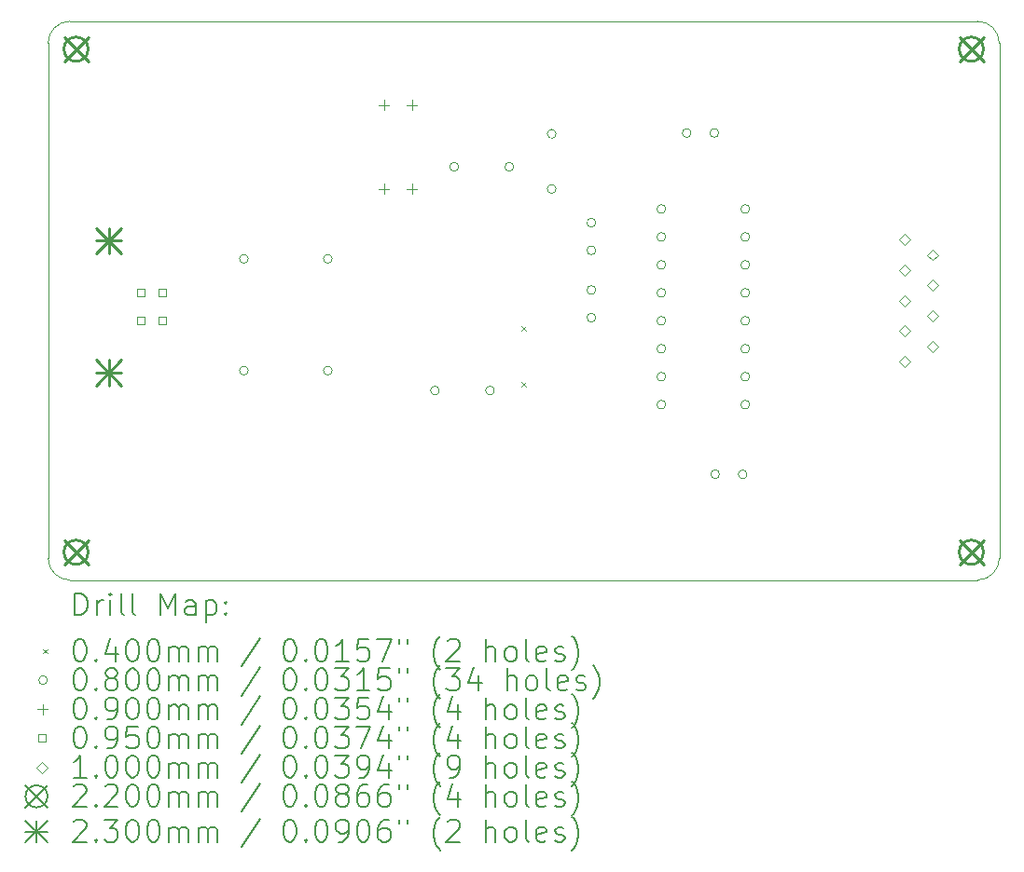
<source format=gbr>
%TF.GenerationSoftware,KiCad,Pcbnew,7.0.1*%
%TF.CreationDate,2023-04-09T16:17:11+09:00*%
%TF.ProjectId,RS232_Converter,52533233-325f-4436-9f6e-766572746572,rev?*%
%TF.SameCoordinates,Original*%
%TF.FileFunction,Drillmap*%
%TF.FilePolarity,Positive*%
%FSLAX45Y45*%
G04 Gerber Fmt 4.5, Leading zero omitted, Abs format (unit mm)*
G04 Created by KiCad (PCBNEW 7.0.1) date 2023-04-09 16:17:11*
%MOMM*%
%LPD*%
G01*
G04 APERTURE LIST*
%ADD10C,0.100000*%
%ADD11C,0.200000*%
%ADD12C,0.040000*%
%ADD13C,0.080000*%
%ADD14C,0.090000*%
%ADD15C,0.095000*%
%ADD16C,0.220000*%
%ADD17C,0.230000*%
G04 APERTURE END LIST*
D10*
X10160000Y-12500000D02*
G75*
G03*
X10360000Y-12700000I200000J0D01*
G01*
X10160000Y-12500000D02*
X10160000Y-7820000D01*
X18596000Y-12700000D02*
X10360000Y-12700000D01*
X18796000Y-7820000D02*
X18796000Y-12500000D01*
X10360000Y-7620000D02*
X18596000Y-7620000D01*
X10360000Y-7620000D02*
G75*
G03*
X10160000Y-7820000I0J-200000D01*
G01*
X18796000Y-7820000D02*
G75*
G03*
X18596000Y-7620000I-200000J0D01*
G01*
X18596000Y-12700000D02*
G75*
G03*
X18796000Y-12500000I0J200000D01*
G01*
D11*
D12*
X14458000Y-10394000D02*
X14498000Y-10434000D01*
X14498000Y-10394000D02*
X14458000Y-10434000D01*
X14458000Y-10902000D02*
X14498000Y-10942000D01*
X14498000Y-10902000D02*
X14458000Y-10942000D01*
D13*
X11978000Y-9779000D02*
G75*
G03*
X11978000Y-9779000I-40000J0D01*
G01*
X11978000Y-10795000D02*
G75*
G03*
X11978000Y-10795000I-40000J0D01*
G01*
X12740000Y-9779000D02*
G75*
G03*
X12740000Y-9779000I-40000J0D01*
G01*
X12740000Y-10795000D02*
G75*
G03*
X12740000Y-10795000I-40000J0D01*
G01*
X13711967Y-10976033D02*
G75*
G03*
X13711967Y-10976033I-40000J0D01*
G01*
X13887000Y-8944033D02*
G75*
G03*
X13887000Y-8944033I-40000J0D01*
G01*
X14211967Y-10976033D02*
G75*
G03*
X14211967Y-10976033I-40000J0D01*
G01*
X14387000Y-8944033D02*
G75*
G03*
X14387000Y-8944033I-40000J0D01*
G01*
X14772000Y-8644000D02*
G75*
G03*
X14772000Y-8644000I-40000J0D01*
G01*
X14772000Y-9144000D02*
G75*
G03*
X14772000Y-9144000I-40000J0D01*
G01*
X15131967Y-9452033D02*
G75*
G03*
X15131967Y-9452033I-40000J0D01*
G01*
X15131967Y-9702033D02*
G75*
G03*
X15131967Y-9702033I-40000J0D01*
G01*
X15131967Y-10064033D02*
G75*
G03*
X15131967Y-10064033I-40000J0D01*
G01*
X15131967Y-10314033D02*
G75*
G03*
X15131967Y-10314033I-40000J0D01*
G01*
X15767967Y-9326533D02*
G75*
G03*
X15767967Y-9326533I-40000J0D01*
G01*
X15767967Y-9580533D02*
G75*
G03*
X15767967Y-9580533I-40000J0D01*
G01*
X15767967Y-9834533D02*
G75*
G03*
X15767967Y-9834533I-40000J0D01*
G01*
X15767967Y-10088533D02*
G75*
G03*
X15767967Y-10088533I-40000J0D01*
G01*
X15767967Y-10342533D02*
G75*
G03*
X15767967Y-10342533I-40000J0D01*
G01*
X15767967Y-10596533D02*
G75*
G03*
X15767967Y-10596533I-40000J0D01*
G01*
X15767967Y-10850533D02*
G75*
G03*
X15767967Y-10850533I-40000J0D01*
G01*
X15767967Y-11104533D02*
G75*
G03*
X15767967Y-11104533I-40000J0D01*
G01*
X15997967Y-8636000D02*
G75*
G03*
X15997967Y-8636000I-40000J0D01*
G01*
X16247967Y-8636000D02*
G75*
G03*
X16247967Y-8636000I-40000J0D01*
G01*
X16255967Y-11738033D02*
G75*
G03*
X16255967Y-11738033I-40000J0D01*
G01*
X16505967Y-11738033D02*
G75*
G03*
X16505967Y-11738033I-40000J0D01*
G01*
X16529967Y-9326533D02*
G75*
G03*
X16529967Y-9326533I-40000J0D01*
G01*
X16529967Y-9580533D02*
G75*
G03*
X16529967Y-9580533I-40000J0D01*
G01*
X16529967Y-9834533D02*
G75*
G03*
X16529967Y-9834533I-40000J0D01*
G01*
X16529967Y-10088533D02*
G75*
G03*
X16529967Y-10088533I-40000J0D01*
G01*
X16529967Y-10342533D02*
G75*
G03*
X16529967Y-10342533I-40000J0D01*
G01*
X16529967Y-10596533D02*
G75*
G03*
X16529967Y-10596533I-40000J0D01*
G01*
X16529967Y-10850533D02*
G75*
G03*
X16529967Y-10850533I-40000J0D01*
G01*
X16529967Y-11104533D02*
G75*
G03*
X16529967Y-11104533I-40000J0D01*
G01*
D14*
X13208000Y-8337000D02*
X13208000Y-8427000D01*
X13163000Y-8382000D02*
X13253000Y-8382000D01*
X13208000Y-9099000D02*
X13208000Y-9189000D01*
X13163000Y-9144000D02*
X13253000Y-9144000D01*
X13462000Y-8337000D02*
X13462000Y-8427000D01*
X13417000Y-8382000D02*
X13507000Y-8382000D01*
X13462000Y-9099000D02*
X13462000Y-9189000D01*
X13417000Y-9144000D02*
X13507000Y-9144000D01*
D15*
X11032305Y-10122621D02*
X11032305Y-10055445D01*
X10965129Y-10055445D01*
X10965129Y-10122621D01*
X11032305Y-10122621D01*
X11032305Y-10372621D02*
X11032305Y-10305445D01*
X10965129Y-10305445D01*
X10965129Y-10372621D01*
X11032305Y-10372621D01*
X11232305Y-10122621D02*
X11232305Y-10055445D01*
X11165129Y-10055445D01*
X11165129Y-10122621D01*
X11232305Y-10122621D01*
X11232305Y-10372621D02*
X11232305Y-10305445D01*
X11165129Y-10305445D01*
X11165129Y-10372621D01*
X11232305Y-10372621D01*
D10*
X17932967Y-9655000D02*
X17982967Y-9605000D01*
X17932967Y-9555000D01*
X17882967Y-9605000D01*
X17932967Y-9655000D01*
X17932967Y-9932000D02*
X17982967Y-9882000D01*
X17932967Y-9832000D01*
X17882967Y-9882000D01*
X17932967Y-9932000D01*
X17932967Y-10209000D02*
X17982967Y-10159000D01*
X17932967Y-10109000D01*
X17882967Y-10159000D01*
X17932967Y-10209000D01*
X17932967Y-10486000D02*
X17982967Y-10436000D01*
X17932967Y-10386000D01*
X17882967Y-10436000D01*
X17932967Y-10486000D01*
X17932967Y-10763000D02*
X17982967Y-10713000D01*
X17932967Y-10663000D01*
X17882967Y-10713000D01*
X17932967Y-10763000D01*
X18186967Y-9793500D02*
X18236967Y-9743500D01*
X18186967Y-9693500D01*
X18136967Y-9743500D01*
X18186967Y-9793500D01*
X18186967Y-10070500D02*
X18236967Y-10020500D01*
X18186967Y-9970500D01*
X18136967Y-10020500D01*
X18186967Y-10070500D01*
X18186967Y-10347500D02*
X18236967Y-10297500D01*
X18186967Y-10247500D01*
X18136967Y-10297500D01*
X18186967Y-10347500D01*
X18186967Y-10624500D02*
X18236967Y-10574500D01*
X18186967Y-10524500D01*
X18136967Y-10574500D01*
X18186967Y-10624500D01*
D16*
X10304000Y-7764000D02*
X10524000Y-7984000D01*
X10524000Y-7764000D02*
X10304000Y-7984000D01*
X10524000Y-7874000D02*
G75*
G03*
X10524000Y-7874000I-110000J0D01*
G01*
X10304000Y-12336000D02*
X10524000Y-12556000D01*
X10524000Y-12336000D02*
X10304000Y-12556000D01*
X10524000Y-12446000D02*
G75*
G03*
X10524000Y-12446000I-110000J0D01*
G01*
X18432000Y-7764000D02*
X18652000Y-7984000D01*
X18652000Y-7764000D02*
X18432000Y-7984000D01*
X18652000Y-7874000D02*
G75*
G03*
X18652000Y-7874000I-110000J0D01*
G01*
X18432000Y-12336000D02*
X18652000Y-12556000D01*
X18652000Y-12336000D02*
X18432000Y-12556000D01*
X18652000Y-12446000D02*
G75*
G03*
X18652000Y-12446000I-110000J0D01*
G01*
D17*
X10597717Y-9499033D02*
X10827717Y-9729033D01*
X10827717Y-9499033D02*
X10597717Y-9729033D01*
X10712717Y-9499033D02*
X10712717Y-9729033D01*
X10597717Y-9614033D02*
X10827717Y-9614033D01*
X10597717Y-10699033D02*
X10827717Y-10929033D01*
X10827717Y-10699033D02*
X10597717Y-10929033D01*
X10712717Y-10699033D02*
X10712717Y-10929033D01*
X10597717Y-10814033D02*
X10827717Y-10814033D01*
D11*
X10402619Y-13017524D02*
X10402619Y-12817524D01*
X10402619Y-12817524D02*
X10450238Y-12817524D01*
X10450238Y-12817524D02*
X10478810Y-12827048D01*
X10478810Y-12827048D02*
X10497857Y-12846095D01*
X10497857Y-12846095D02*
X10507381Y-12865143D01*
X10507381Y-12865143D02*
X10516905Y-12903238D01*
X10516905Y-12903238D02*
X10516905Y-12931809D01*
X10516905Y-12931809D02*
X10507381Y-12969905D01*
X10507381Y-12969905D02*
X10497857Y-12988952D01*
X10497857Y-12988952D02*
X10478810Y-13008000D01*
X10478810Y-13008000D02*
X10450238Y-13017524D01*
X10450238Y-13017524D02*
X10402619Y-13017524D01*
X10602619Y-13017524D02*
X10602619Y-12884190D01*
X10602619Y-12922286D02*
X10612143Y-12903238D01*
X10612143Y-12903238D02*
X10621667Y-12893714D01*
X10621667Y-12893714D02*
X10640714Y-12884190D01*
X10640714Y-12884190D02*
X10659762Y-12884190D01*
X10726429Y-13017524D02*
X10726429Y-12884190D01*
X10726429Y-12817524D02*
X10716905Y-12827048D01*
X10716905Y-12827048D02*
X10726429Y-12836571D01*
X10726429Y-12836571D02*
X10735952Y-12827048D01*
X10735952Y-12827048D02*
X10726429Y-12817524D01*
X10726429Y-12817524D02*
X10726429Y-12836571D01*
X10850238Y-13017524D02*
X10831190Y-13008000D01*
X10831190Y-13008000D02*
X10821667Y-12988952D01*
X10821667Y-12988952D02*
X10821667Y-12817524D01*
X10955000Y-13017524D02*
X10935952Y-13008000D01*
X10935952Y-13008000D02*
X10926429Y-12988952D01*
X10926429Y-12988952D02*
X10926429Y-12817524D01*
X11183571Y-13017524D02*
X11183571Y-12817524D01*
X11183571Y-12817524D02*
X11250238Y-12960381D01*
X11250238Y-12960381D02*
X11316905Y-12817524D01*
X11316905Y-12817524D02*
X11316905Y-13017524D01*
X11497857Y-13017524D02*
X11497857Y-12912762D01*
X11497857Y-12912762D02*
X11488333Y-12893714D01*
X11488333Y-12893714D02*
X11469286Y-12884190D01*
X11469286Y-12884190D02*
X11431190Y-12884190D01*
X11431190Y-12884190D02*
X11412143Y-12893714D01*
X11497857Y-13008000D02*
X11478809Y-13017524D01*
X11478809Y-13017524D02*
X11431190Y-13017524D01*
X11431190Y-13017524D02*
X11412143Y-13008000D01*
X11412143Y-13008000D02*
X11402619Y-12988952D01*
X11402619Y-12988952D02*
X11402619Y-12969905D01*
X11402619Y-12969905D02*
X11412143Y-12950857D01*
X11412143Y-12950857D02*
X11431190Y-12941333D01*
X11431190Y-12941333D02*
X11478809Y-12941333D01*
X11478809Y-12941333D02*
X11497857Y-12931809D01*
X11593095Y-12884190D02*
X11593095Y-13084190D01*
X11593095Y-12893714D02*
X11612143Y-12884190D01*
X11612143Y-12884190D02*
X11650238Y-12884190D01*
X11650238Y-12884190D02*
X11669286Y-12893714D01*
X11669286Y-12893714D02*
X11678809Y-12903238D01*
X11678809Y-12903238D02*
X11688333Y-12922286D01*
X11688333Y-12922286D02*
X11688333Y-12979428D01*
X11688333Y-12979428D02*
X11678809Y-12998476D01*
X11678809Y-12998476D02*
X11669286Y-13008000D01*
X11669286Y-13008000D02*
X11650238Y-13017524D01*
X11650238Y-13017524D02*
X11612143Y-13017524D01*
X11612143Y-13017524D02*
X11593095Y-13008000D01*
X11774048Y-12998476D02*
X11783571Y-13008000D01*
X11783571Y-13008000D02*
X11774048Y-13017524D01*
X11774048Y-13017524D02*
X11764524Y-13008000D01*
X11764524Y-13008000D02*
X11774048Y-12998476D01*
X11774048Y-12998476D02*
X11774048Y-13017524D01*
X11774048Y-12893714D02*
X11783571Y-12903238D01*
X11783571Y-12903238D02*
X11774048Y-12912762D01*
X11774048Y-12912762D02*
X11764524Y-12903238D01*
X11764524Y-12903238D02*
X11774048Y-12893714D01*
X11774048Y-12893714D02*
X11774048Y-12912762D01*
D12*
X10115000Y-13325000D02*
X10155000Y-13365000D01*
X10155000Y-13325000D02*
X10115000Y-13365000D01*
D11*
X10440714Y-13237524D02*
X10459762Y-13237524D01*
X10459762Y-13237524D02*
X10478810Y-13247048D01*
X10478810Y-13247048D02*
X10488333Y-13256571D01*
X10488333Y-13256571D02*
X10497857Y-13275619D01*
X10497857Y-13275619D02*
X10507381Y-13313714D01*
X10507381Y-13313714D02*
X10507381Y-13361333D01*
X10507381Y-13361333D02*
X10497857Y-13399428D01*
X10497857Y-13399428D02*
X10488333Y-13418476D01*
X10488333Y-13418476D02*
X10478810Y-13428000D01*
X10478810Y-13428000D02*
X10459762Y-13437524D01*
X10459762Y-13437524D02*
X10440714Y-13437524D01*
X10440714Y-13437524D02*
X10421667Y-13428000D01*
X10421667Y-13428000D02*
X10412143Y-13418476D01*
X10412143Y-13418476D02*
X10402619Y-13399428D01*
X10402619Y-13399428D02*
X10393095Y-13361333D01*
X10393095Y-13361333D02*
X10393095Y-13313714D01*
X10393095Y-13313714D02*
X10402619Y-13275619D01*
X10402619Y-13275619D02*
X10412143Y-13256571D01*
X10412143Y-13256571D02*
X10421667Y-13247048D01*
X10421667Y-13247048D02*
X10440714Y-13237524D01*
X10593095Y-13418476D02*
X10602619Y-13428000D01*
X10602619Y-13428000D02*
X10593095Y-13437524D01*
X10593095Y-13437524D02*
X10583571Y-13428000D01*
X10583571Y-13428000D02*
X10593095Y-13418476D01*
X10593095Y-13418476D02*
X10593095Y-13437524D01*
X10774048Y-13304190D02*
X10774048Y-13437524D01*
X10726429Y-13228000D02*
X10678810Y-13370857D01*
X10678810Y-13370857D02*
X10802619Y-13370857D01*
X10916905Y-13237524D02*
X10935952Y-13237524D01*
X10935952Y-13237524D02*
X10955000Y-13247048D01*
X10955000Y-13247048D02*
X10964524Y-13256571D01*
X10964524Y-13256571D02*
X10974048Y-13275619D01*
X10974048Y-13275619D02*
X10983571Y-13313714D01*
X10983571Y-13313714D02*
X10983571Y-13361333D01*
X10983571Y-13361333D02*
X10974048Y-13399428D01*
X10974048Y-13399428D02*
X10964524Y-13418476D01*
X10964524Y-13418476D02*
X10955000Y-13428000D01*
X10955000Y-13428000D02*
X10935952Y-13437524D01*
X10935952Y-13437524D02*
X10916905Y-13437524D01*
X10916905Y-13437524D02*
X10897857Y-13428000D01*
X10897857Y-13428000D02*
X10888333Y-13418476D01*
X10888333Y-13418476D02*
X10878810Y-13399428D01*
X10878810Y-13399428D02*
X10869286Y-13361333D01*
X10869286Y-13361333D02*
X10869286Y-13313714D01*
X10869286Y-13313714D02*
X10878810Y-13275619D01*
X10878810Y-13275619D02*
X10888333Y-13256571D01*
X10888333Y-13256571D02*
X10897857Y-13247048D01*
X10897857Y-13247048D02*
X10916905Y-13237524D01*
X11107381Y-13237524D02*
X11126429Y-13237524D01*
X11126429Y-13237524D02*
X11145476Y-13247048D01*
X11145476Y-13247048D02*
X11155000Y-13256571D01*
X11155000Y-13256571D02*
X11164524Y-13275619D01*
X11164524Y-13275619D02*
X11174048Y-13313714D01*
X11174048Y-13313714D02*
X11174048Y-13361333D01*
X11174048Y-13361333D02*
X11164524Y-13399428D01*
X11164524Y-13399428D02*
X11155000Y-13418476D01*
X11155000Y-13418476D02*
X11145476Y-13428000D01*
X11145476Y-13428000D02*
X11126429Y-13437524D01*
X11126429Y-13437524D02*
X11107381Y-13437524D01*
X11107381Y-13437524D02*
X11088333Y-13428000D01*
X11088333Y-13428000D02*
X11078810Y-13418476D01*
X11078810Y-13418476D02*
X11069286Y-13399428D01*
X11069286Y-13399428D02*
X11059762Y-13361333D01*
X11059762Y-13361333D02*
X11059762Y-13313714D01*
X11059762Y-13313714D02*
X11069286Y-13275619D01*
X11069286Y-13275619D02*
X11078810Y-13256571D01*
X11078810Y-13256571D02*
X11088333Y-13247048D01*
X11088333Y-13247048D02*
X11107381Y-13237524D01*
X11259762Y-13437524D02*
X11259762Y-13304190D01*
X11259762Y-13323238D02*
X11269286Y-13313714D01*
X11269286Y-13313714D02*
X11288333Y-13304190D01*
X11288333Y-13304190D02*
X11316905Y-13304190D01*
X11316905Y-13304190D02*
X11335952Y-13313714D01*
X11335952Y-13313714D02*
X11345476Y-13332762D01*
X11345476Y-13332762D02*
X11345476Y-13437524D01*
X11345476Y-13332762D02*
X11355000Y-13313714D01*
X11355000Y-13313714D02*
X11374048Y-13304190D01*
X11374048Y-13304190D02*
X11402619Y-13304190D01*
X11402619Y-13304190D02*
X11421667Y-13313714D01*
X11421667Y-13313714D02*
X11431190Y-13332762D01*
X11431190Y-13332762D02*
X11431190Y-13437524D01*
X11526429Y-13437524D02*
X11526429Y-13304190D01*
X11526429Y-13323238D02*
X11535952Y-13313714D01*
X11535952Y-13313714D02*
X11555000Y-13304190D01*
X11555000Y-13304190D02*
X11583571Y-13304190D01*
X11583571Y-13304190D02*
X11602619Y-13313714D01*
X11602619Y-13313714D02*
X11612143Y-13332762D01*
X11612143Y-13332762D02*
X11612143Y-13437524D01*
X11612143Y-13332762D02*
X11621667Y-13313714D01*
X11621667Y-13313714D02*
X11640714Y-13304190D01*
X11640714Y-13304190D02*
X11669286Y-13304190D01*
X11669286Y-13304190D02*
X11688333Y-13313714D01*
X11688333Y-13313714D02*
X11697857Y-13332762D01*
X11697857Y-13332762D02*
X11697857Y-13437524D01*
X12088333Y-13228000D02*
X11916905Y-13485143D01*
X12345476Y-13237524D02*
X12364524Y-13237524D01*
X12364524Y-13237524D02*
X12383572Y-13247048D01*
X12383572Y-13247048D02*
X12393095Y-13256571D01*
X12393095Y-13256571D02*
X12402619Y-13275619D01*
X12402619Y-13275619D02*
X12412143Y-13313714D01*
X12412143Y-13313714D02*
X12412143Y-13361333D01*
X12412143Y-13361333D02*
X12402619Y-13399428D01*
X12402619Y-13399428D02*
X12393095Y-13418476D01*
X12393095Y-13418476D02*
X12383572Y-13428000D01*
X12383572Y-13428000D02*
X12364524Y-13437524D01*
X12364524Y-13437524D02*
X12345476Y-13437524D01*
X12345476Y-13437524D02*
X12326429Y-13428000D01*
X12326429Y-13428000D02*
X12316905Y-13418476D01*
X12316905Y-13418476D02*
X12307381Y-13399428D01*
X12307381Y-13399428D02*
X12297857Y-13361333D01*
X12297857Y-13361333D02*
X12297857Y-13313714D01*
X12297857Y-13313714D02*
X12307381Y-13275619D01*
X12307381Y-13275619D02*
X12316905Y-13256571D01*
X12316905Y-13256571D02*
X12326429Y-13247048D01*
X12326429Y-13247048D02*
X12345476Y-13237524D01*
X12497857Y-13418476D02*
X12507381Y-13428000D01*
X12507381Y-13428000D02*
X12497857Y-13437524D01*
X12497857Y-13437524D02*
X12488333Y-13428000D01*
X12488333Y-13428000D02*
X12497857Y-13418476D01*
X12497857Y-13418476D02*
X12497857Y-13437524D01*
X12631191Y-13237524D02*
X12650238Y-13237524D01*
X12650238Y-13237524D02*
X12669286Y-13247048D01*
X12669286Y-13247048D02*
X12678810Y-13256571D01*
X12678810Y-13256571D02*
X12688333Y-13275619D01*
X12688333Y-13275619D02*
X12697857Y-13313714D01*
X12697857Y-13313714D02*
X12697857Y-13361333D01*
X12697857Y-13361333D02*
X12688333Y-13399428D01*
X12688333Y-13399428D02*
X12678810Y-13418476D01*
X12678810Y-13418476D02*
X12669286Y-13428000D01*
X12669286Y-13428000D02*
X12650238Y-13437524D01*
X12650238Y-13437524D02*
X12631191Y-13437524D01*
X12631191Y-13437524D02*
X12612143Y-13428000D01*
X12612143Y-13428000D02*
X12602619Y-13418476D01*
X12602619Y-13418476D02*
X12593095Y-13399428D01*
X12593095Y-13399428D02*
X12583572Y-13361333D01*
X12583572Y-13361333D02*
X12583572Y-13313714D01*
X12583572Y-13313714D02*
X12593095Y-13275619D01*
X12593095Y-13275619D02*
X12602619Y-13256571D01*
X12602619Y-13256571D02*
X12612143Y-13247048D01*
X12612143Y-13247048D02*
X12631191Y-13237524D01*
X12888333Y-13437524D02*
X12774048Y-13437524D01*
X12831191Y-13437524D02*
X12831191Y-13237524D01*
X12831191Y-13237524D02*
X12812143Y-13266095D01*
X12812143Y-13266095D02*
X12793095Y-13285143D01*
X12793095Y-13285143D02*
X12774048Y-13294667D01*
X13069286Y-13237524D02*
X12974048Y-13237524D01*
X12974048Y-13237524D02*
X12964524Y-13332762D01*
X12964524Y-13332762D02*
X12974048Y-13323238D01*
X12974048Y-13323238D02*
X12993095Y-13313714D01*
X12993095Y-13313714D02*
X13040714Y-13313714D01*
X13040714Y-13313714D02*
X13059762Y-13323238D01*
X13059762Y-13323238D02*
X13069286Y-13332762D01*
X13069286Y-13332762D02*
X13078810Y-13351809D01*
X13078810Y-13351809D02*
X13078810Y-13399428D01*
X13078810Y-13399428D02*
X13069286Y-13418476D01*
X13069286Y-13418476D02*
X13059762Y-13428000D01*
X13059762Y-13428000D02*
X13040714Y-13437524D01*
X13040714Y-13437524D02*
X12993095Y-13437524D01*
X12993095Y-13437524D02*
X12974048Y-13428000D01*
X12974048Y-13428000D02*
X12964524Y-13418476D01*
X13145476Y-13237524D02*
X13278810Y-13237524D01*
X13278810Y-13237524D02*
X13193095Y-13437524D01*
X13345476Y-13237524D02*
X13345476Y-13275619D01*
X13421667Y-13237524D02*
X13421667Y-13275619D01*
X13716905Y-13513714D02*
X13707381Y-13504190D01*
X13707381Y-13504190D02*
X13688334Y-13475619D01*
X13688334Y-13475619D02*
X13678810Y-13456571D01*
X13678810Y-13456571D02*
X13669286Y-13428000D01*
X13669286Y-13428000D02*
X13659762Y-13380381D01*
X13659762Y-13380381D02*
X13659762Y-13342286D01*
X13659762Y-13342286D02*
X13669286Y-13294667D01*
X13669286Y-13294667D02*
X13678810Y-13266095D01*
X13678810Y-13266095D02*
X13688334Y-13247048D01*
X13688334Y-13247048D02*
X13707381Y-13218476D01*
X13707381Y-13218476D02*
X13716905Y-13208952D01*
X13783572Y-13256571D02*
X13793095Y-13247048D01*
X13793095Y-13247048D02*
X13812143Y-13237524D01*
X13812143Y-13237524D02*
X13859762Y-13237524D01*
X13859762Y-13237524D02*
X13878810Y-13247048D01*
X13878810Y-13247048D02*
X13888334Y-13256571D01*
X13888334Y-13256571D02*
X13897857Y-13275619D01*
X13897857Y-13275619D02*
X13897857Y-13294667D01*
X13897857Y-13294667D02*
X13888334Y-13323238D01*
X13888334Y-13323238D02*
X13774048Y-13437524D01*
X13774048Y-13437524D02*
X13897857Y-13437524D01*
X14135953Y-13437524D02*
X14135953Y-13237524D01*
X14221667Y-13437524D02*
X14221667Y-13332762D01*
X14221667Y-13332762D02*
X14212143Y-13313714D01*
X14212143Y-13313714D02*
X14193096Y-13304190D01*
X14193096Y-13304190D02*
X14164524Y-13304190D01*
X14164524Y-13304190D02*
X14145476Y-13313714D01*
X14145476Y-13313714D02*
X14135953Y-13323238D01*
X14345476Y-13437524D02*
X14326429Y-13428000D01*
X14326429Y-13428000D02*
X14316905Y-13418476D01*
X14316905Y-13418476D02*
X14307381Y-13399428D01*
X14307381Y-13399428D02*
X14307381Y-13342286D01*
X14307381Y-13342286D02*
X14316905Y-13323238D01*
X14316905Y-13323238D02*
X14326429Y-13313714D01*
X14326429Y-13313714D02*
X14345476Y-13304190D01*
X14345476Y-13304190D02*
X14374048Y-13304190D01*
X14374048Y-13304190D02*
X14393096Y-13313714D01*
X14393096Y-13313714D02*
X14402619Y-13323238D01*
X14402619Y-13323238D02*
X14412143Y-13342286D01*
X14412143Y-13342286D02*
X14412143Y-13399428D01*
X14412143Y-13399428D02*
X14402619Y-13418476D01*
X14402619Y-13418476D02*
X14393096Y-13428000D01*
X14393096Y-13428000D02*
X14374048Y-13437524D01*
X14374048Y-13437524D02*
X14345476Y-13437524D01*
X14526429Y-13437524D02*
X14507381Y-13428000D01*
X14507381Y-13428000D02*
X14497857Y-13408952D01*
X14497857Y-13408952D02*
X14497857Y-13237524D01*
X14678810Y-13428000D02*
X14659762Y-13437524D01*
X14659762Y-13437524D02*
X14621667Y-13437524D01*
X14621667Y-13437524D02*
X14602619Y-13428000D01*
X14602619Y-13428000D02*
X14593096Y-13408952D01*
X14593096Y-13408952D02*
X14593096Y-13332762D01*
X14593096Y-13332762D02*
X14602619Y-13313714D01*
X14602619Y-13313714D02*
X14621667Y-13304190D01*
X14621667Y-13304190D02*
X14659762Y-13304190D01*
X14659762Y-13304190D02*
X14678810Y-13313714D01*
X14678810Y-13313714D02*
X14688334Y-13332762D01*
X14688334Y-13332762D02*
X14688334Y-13351809D01*
X14688334Y-13351809D02*
X14593096Y-13370857D01*
X14764524Y-13428000D02*
X14783572Y-13437524D01*
X14783572Y-13437524D02*
X14821667Y-13437524D01*
X14821667Y-13437524D02*
X14840715Y-13428000D01*
X14840715Y-13428000D02*
X14850238Y-13408952D01*
X14850238Y-13408952D02*
X14850238Y-13399428D01*
X14850238Y-13399428D02*
X14840715Y-13380381D01*
X14840715Y-13380381D02*
X14821667Y-13370857D01*
X14821667Y-13370857D02*
X14793096Y-13370857D01*
X14793096Y-13370857D02*
X14774048Y-13361333D01*
X14774048Y-13361333D02*
X14764524Y-13342286D01*
X14764524Y-13342286D02*
X14764524Y-13332762D01*
X14764524Y-13332762D02*
X14774048Y-13313714D01*
X14774048Y-13313714D02*
X14793096Y-13304190D01*
X14793096Y-13304190D02*
X14821667Y-13304190D01*
X14821667Y-13304190D02*
X14840715Y-13313714D01*
X14916905Y-13513714D02*
X14926429Y-13504190D01*
X14926429Y-13504190D02*
X14945477Y-13475619D01*
X14945477Y-13475619D02*
X14955000Y-13456571D01*
X14955000Y-13456571D02*
X14964524Y-13428000D01*
X14964524Y-13428000D02*
X14974048Y-13380381D01*
X14974048Y-13380381D02*
X14974048Y-13342286D01*
X14974048Y-13342286D02*
X14964524Y-13294667D01*
X14964524Y-13294667D02*
X14955000Y-13266095D01*
X14955000Y-13266095D02*
X14945477Y-13247048D01*
X14945477Y-13247048D02*
X14926429Y-13218476D01*
X14926429Y-13218476D02*
X14916905Y-13208952D01*
D13*
X10155000Y-13609000D02*
G75*
G03*
X10155000Y-13609000I-40000J0D01*
G01*
D11*
X10440714Y-13501524D02*
X10459762Y-13501524D01*
X10459762Y-13501524D02*
X10478810Y-13511048D01*
X10478810Y-13511048D02*
X10488333Y-13520571D01*
X10488333Y-13520571D02*
X10497857Y-13539619D01*
X10497857Y-13539619D02*
X10507381Y-13577714D01*
X10507381Y-13577714D02*
X10507381Y-13625333D01*
X10507381Y-13625333D02*
X10497857Y-13663428D01*
X10497857Y-13663428D02*
X10488333Y-13682476D01*
X10488333Y-13682476D02*
X10478810Y-13692000D01*
X10478810Y-13692000D02*
X10459762Y-13701524D01*
X10459762Y-13701524D02*
X10440714Y-13701524D01*
X10440714Y-13701524D02*
X10421667Y-13692000D01*
X10421667Y-13692000D02*
X10412143Y-13682476D01*
X10412143Y-13682476D02*
X10402619Y-13663428D01*
X10402619Y-13663428D02*
X10393095Y-13625333D01*
X10393095Y-13625333D02*
X10393095Y-13577714D01*
X10393095Y-13577714D02*
X10402619Y-13539619D01*
X10402619Y-13539619D02*
X10412143Y-13520571D01*
X10412143Y-13520571D02*
X10421667Y-13511048D01*
X10421667Y-13511048D02*
X10440714Y-13501524D01*
X10593095Y-13682476D02*
X10602619Y-13692000D01*
X10602619Y-13692000D02*
X10593095Y-13701524D01*
X10593095Y-13701524D02*
X10583571Y-13692000D01*
X10583571Y-13692000D02*
X10593095Y-13682476D01*
X10593095Y-13682476D02*
X10593095Y-13701524D01*
X10716905Y-13587238D02*
X10697857Y-13577714D01*
X10697857Y-13577714D02*
X10688333Y-13568190D01*
X10688333Y-13568190D02*
X10678810Y-13549143D01*
X10678810Y-13549143D02*
X10678810Y-13539619D01*
X10678810Y-13539619D02*
X10688333Y-13520571D01*
X10688333Y-13520571D02*
X10697857Y-13511048D01*
X10697857Y-13511048D02*
X10716905Y-13501524D01*
X10716905Y-13501524D02*
X10755000Y-13501524D01*
X10755000Y-13501524D02*
X10774048Y-13511048D01*
X10774048Y-13511048D02*
X10783571Y-13520571D01*
X10783571Y-13520571D02*
X10793095Y-13539619D01*
X10793095Y-13539619D02*
X10793095Y-13549143D01*
X10793095Y-13549143D02*
X10783571Y-13568190D01*
X10783571Y-13568190D02*
X10774048Y-13577714D01*
X10774048Y-13577714D02*
X10755000Y-13587238D01*
X10755000Y-13587238D02*
X10716905Y-13587238D01*
X10716905Y-13587238D02*
X10697857Y-13596762D01*
X10697857Y-13596762D02*
X10688333Y-13606286D01*
X10688333Y-13606286D02*
X10678810Y-13625333D01*
X10678810Y-13625333D02*
X10678810Y-13663428D01*
X10678810Y-13663428D02*
X10688333Y-13682476D01*
X10688333Y-13682476D02*
X10697857Y-13692000D01*
X10697857Y-13692000D02*
X10716905Y-13701524D01*
X10716905Y-13701524D02*
X10755000Y-13701524D01*
X10755000Y-13701524D02*
X10774048Y-13692000D01*
X10774048Y-13692000D02*
X10783571Y-13682476D01*
X10783571Y-13682476D02*
X10793095Y-13663428D01*
X10793095Y-13663428D02*
X10793095Y-13625333D01*
X10793095Y-13625333D02*
X10783571Y-13606286D01*
X10783571Y-13606286D02*
X10774048Y-13596762D01*
X10774048Y-13596762D02*
X10755000Y-13587238D01*
X10916905Y-13501524D02*
X10935952Y-13501524D01*
X10935952Y-13501524D02*
X10955000Y-13511048D01*
X10955000Y-13511048D02*
X10964524Y-13520571D01*
X10964524Y-13520571D02*
X10974048Y-13539619D01*
X10974048Y-13539619D02*
X10983571Y-13577714D01*
X10983571Y-13577714D02*
X10983571Y-13625333D01*
X10983571Y-13625333D02*
X10974048Y-13663428D01*
X10974048Y-13663428D02*
X10964524Y-13682476D01*
X10964524Y-13682476D02*
X10955000Y-13692000D01*
X10955000Y-13692000D02*
X10935952Y-13701524D01*
X10935952Y-13701524D02*
X10916905Y-13701524D01*
X10916905Y-13701524D02*
X10897857Y-13692000D01*
X10897857Y-13692000D02*
X10888333Y-13682476D01*
X10888333Y-13682476D02*
X10878810Y-13663428D01*
X10878810Y-13663428D02*
X10869286Y-13625333D01*
X10869286Y-13625333D02*
X10869286Y-13577714D01*
X10869286Y-13577714D02*
X10878810Y-13539619D01*
X10878810Y-13539619D02*
X10888333Y-13520571D01*
X10888333Y-13520571D02*
X10897857Y-13511048D01*
X10897857Y-13511048D02*
X10916905Y-13501524D01*
X11107381Y-13501524D02*
X11126429Y-13501524D01*
X11126429Y-13501524D02*
X11145476Y-13511048D01*
X11145476Y-13511048D02*
X11155000Y-13520571D01*
X11155000Y-13520571D02*
X11164524Y-13539619D01*
X11164524Y-13539619D02*
X11174048Y-13577714D01*
X11174048Y-13577714D02*
X11174048Y-13625333D01*
X11174048Y-13625333D02*
X11164524Y-13663428D01*
X11164524Y-13663428D02*
X11155000Y-13682476D01*
X11155000Y-13682476D02*
X11145476Y-13692000D01*
X11145476Y-13692000D02*
X11126429Y-13701524D01*
X11126429Y-13701524D02*
X11107381Y-13701524D01*
X11107381Y-13701524D02*
X11088333Y-13692000D01*
X11088333Y-13692000D02*
X11078810Y-13682476D01*
X11078810Y-13682476D02*
X11069286Y-13663428D01*
X11069286Y-13663428D02*
X11059762Y-13625333D01*
X11059762Y-13625333D02*
X11059762Y-13577714D01*
X11059762Y-13577714D02*
X11069286Y-13539619D01*
X11069286Y-13539619D02*
X11078810Y-13520571D01*
X11078810Y-13520571D02*
X11088333Y-13511048D01*
X11088333Y-13511048D02*
X11107381Y-13501524D01*
X11259762Y-13701524D02*
X11259762Y-13568190D01*
X11259762Y-13587238D02*
X11269286Y-13577714D01*
X11269286Y-13577714D02*
X11288333Y-13568190D01*
X11288333Y-13568190D02*
X11316905Y-13568190D01*
X11316905Y-13568190D02*
X11335952Y-13577714D01*
X11335952Y-13577714D02*
X11345476Y-13596762D01*
X11345476Y-13596762D02*
X11345476Y-13701524D01*
X11345476Y-13596762D02*
X11355000Y-13577714D01*
X11355000Y-13577714D02*
X11374048Y-13568190D01*
X11374048Y-13568190D02*
X11402619Y-13568190D01*
X11402619Y-13568190D02*
X11421667Y-13577714D01*
X11421667Y-13577714D02*
X11431190Y-13596762D01*
X11431190Y-13596762D02*
X11431190Y-13701524D01*
X11526429Y-13701524D02*
X11526429Y-13568190D01*
X11526429Y-13587238D02*
X11535952Y-13577714D01*
X11535952Y-13577714D02*
X11555000Y-13568190D01*
X11555000Y-13568190D02*
X11583571Y-13568190D01*
X11583571Y-13568190D02*
X11602619Y-13577714D01*
X11602619Y-13577714D02*
X11612143Y-13596762D01*
X11612143Y-13596762D02*
X11612143Y-13701524D01*
X11612143Y-13596762D02*
X11621667Y-13577714D01*
X11621667Y-13577714D02*
X11640714Y-13568190D01*
X11640714Y-13568190D02*
X11669286Y-13568190D01*
X11669286Y-13568190D02*
X11688333Y-13577714D01*
X11688333Y-13577714D02*
X11697857Y-13596762D01*
X11697857Y-13596762D02*
X11697857Y-13701524D01*
X12088333Y-13492000D02*
X11916905Y-13749143D01*
X12345476Y-13501524D02*
X12364524Y-13501524D01*
X12364524Y-13501524D02*
X12383572Y-13511048D01*
X12383572Y-13511048D02*
X12393095Y-13520571D01*
X12393095Y-13520571D02*
X12402619Y-13539619D01*
X12402619Y-13539619D02*
X12412143Y-13577714D01*
X12412143Y-13577714D02*
X12412143Y-13625333D01*
X12412143Y-13625333D02*
X12402619Y-13663428D01*
X12402619Y-13663428D02*
X12393095Y-13682476D01*
X12393095Y-13682476D02*
X12383572Y-13692000D01*
X12383572Y-13692000D02*
X12364524Y-13701524D01*
X12364524Y-13701524D02*
X12345476Y-13701524D01*
X12345476Y-13701524D02*
X12326429Y-13692000D01*
X12326429Y-13692000D02*
X12316905Y-13682476D01*
X12316905Y-13682476D02*
X12307381Y-13663428D01*
X12307381Y-13663428D02*
X12297857Y-13625333D01*
X12297857Y-13625333D02*
X12297857Y-13577714D01*
X12297857Y-13577714D02*
X12307381Y-13539619D01*
X12307381Y-13539619D02*
X12316905Y-13520571D01*
X12316905Y-13520571D02*
X12326429Y-13511048D01*
X12326429Y-13511048D02*
X12345476Y-13501524D01*
X12497857Y-13682476D02*
X12507381Y-13692000D01*
X12507381Y-13692000D02*
X12497857Y-13701524D01*
X12497857Y-13701524D02*
X12488333Y-13692000D01*
X12488333Y-13692000D02*
X12497857Y-13682476D01*
X12497857Y-13682476D02*
X12497857Y-13701524D01*
X12631191Y-13501524D02*
X12650238Y-13501524D01*
X12650238Y-13501524D02*
X12669286Y-13511048D01*
X12669286Y-13511048D02*
X12678810Y-13520571D01*
X12678810Y-13520571D02*
X12688333Y-13539619D01*
X12688333Y-13539619D02*
X12697857Y-13577714D01*
X12697857Y-13577714D02*
X12697857Y-13625333D01*
X12697857Y-13625333D02*
X12688333Y-13663428D01*
X12688333Y-13663428D02*
X12678810Y-13682476D01*
X12678810Y-13682476D02*
X12669286Y-13692000D01*
X12669286Y-13692000D02*
X12650238Y-13701524D01*
X12650238Y-13701524D02*
X12631191Y-13701524D01*
X12631191Y-13701524D02*
X12612143Y-13692000D01*
X12612143Y-13692000D02*
X12602619Y-13682476D01*
X12602619Y-13682476D02*
X12593095Y-13663428D01*
X12593095Y-13663428D02*
X12583572Y-13625333D01*
X12583572Y-13625333D02*
X12583572Y-13577714D01*
X12583572Y-13577714D02*
X12593095Y-13539619D01*
X12593095Y-13539619D02*
X12602619Y-13520571D01*
X12602619Y-13520571D02*
X12612143Y-13511048D01*
X12612143Y-13511048D02*
X12631191Y-13501524D01*
X12764524Y-13501524D02*
X12888333Y-13501524D01*
X12888333Y-13501524D02*
X12821667Y-13577714D01*
X12821667Y-13577714D02*
X12850238Y-13577714D01*
X12850238Y-13577714D02*
X12869286Y-13587238D01*
X12869286Y-13587238D02*
X12878810Y-13596762D01*
X12878810Y-13596762D02*
X12888333Y-13615809D01*
X12888333Y-13615809D02*
X12888333Y-13663428D01*
X12888333Y-13663428D02*
X12878810Y-13682476D01*
X12878810Y-13682476D02*
X12869286Y-13692000D01*
X12869286Y-13692000D02*
X12850238Y-13701524D01*
X12850238Y-13701524D02*
X12793095Y-13701524D01*
X12793095Y-13701524D02*
X12774048Y-13692000D01*
X12774048Y-13692000D02*
X12764524Y-13682476D01*
X13078810Y-13701524D02*
X12964524Y-13701524D01*
X13021667Y-13701524D02*
X13021667Y-13501524D01*
X13021667Y-13501524D02*
X13002619Y-13530095D01*
X13002619Y-13530095D02*
X12983572Y-13549143D01*
X12983572Y-13549143D02*
X12964524Y-13558667D01*
X13259762Y-13501524D02*
X13164524Y-13501524D01*
X13164524Y-13501524D02*
X13155000Y-13596762D01*
X13155000Y-13596762D02*
X13164524Y-13587238D01*
X13164524Y-13587238D02*
X13183572Y-13577714D01*
X13183572Y-13577714D02*
X13231191Y-13577714D01*
X13231191Y-13577714D02*
X13250238Y-13587238D01*
X13250238Y-13587238D02*
X13259762Y-13596762D01*
X13259762Y-13596762D02*
X13269286Y-13615809D01*
X13269286Y-13615809D02*
X13269286Y-13663428D01*
X13269286Y-13663428D02*
X13259762Y-13682476D01*
X13259762Y-13682476D02*
X13250238Y-13692000D01*
X13250238Y-13692000D02*
X13231191Y-13701524D01*
X13231191Y-13701524D02*
X13183572Y-13701524D01*
X13183572Y-13701524D02*
X13164524Y-13692000D01*
X13164524Y-13692000D02*
X13155000Y-13682476D01*
X13345476Y-13501524D02*
X13345476Y-13539619D01*
X13421667Y-13501524D02*
X13421667Y-13539619D01*
X13716905Y-13777714D02*
X13707381Y-13768190D01*
X13707381Y-13768190D02*
X13688334Y-13739619D01*
X13688334Y-13739619D02*
X13678810Y-13720571D01*
X13678810Y-13720571D02*
X13669286Y-13692000D01*
X13669286Y-13692000D02*
X13659762Y-13644381D01*
X13659762Y-13644381D02*
X13659762Y-13606286D01*
X13659762Y-13606286D02*
X13669286Y-13558667D01*
X13669286Y-13558667D02*
X13678810Y-13530095D01*
X13678810Y-13530095D02*
X13688334Y-13511048D01*
X13688334Y-13511048D02*
X13707381Y-13482476D01*
X13707381Y-13482476D02*
X13716905Y-13472952D01*
X13774048Y-13501524D02*
X13897857Y-13501524D01*
X13897857Y-13501524D02*
X13831191Y-13577714D01*
X13831191Y-13577714D02*
X13859762Y-13577714D01*
X13859762Y-13577714D02*
X13878810Y-13587238D01*
X13878810Y-13587238D02*
X13888334Y-13596762D01*
X13888334Y-13596762D02*
X13897857Y-13615809D01*
X13897857Y-13615809D02*
X13897857Y-13663428D01*
X13897857Y-13663428D02*
X13888334Y-13682476D01*
X13888334Y-13682476D02*
X13878810Y-13692000D01*
X13878810Y-13692000D02*
X13859762Y-13701524D01*
X13859762Y-13701524D02*
X13802619Y-13701524D01*
X13802619Y-13701524D02*
X13783572Y-13692000D01*
X13783572Y-13692000D02*
X13774048Y-13682476D01*
X14069286Y-13568190D02*
X14069286Y-13701524D01*
X14021667Y-13492000D02*
X13974048Y-13634857D01*
X13974048Y-13634857D02*
X14097857Y-13634857D01*
X14326429Y-13701524D02*
X14326429Y-13501524D01*
X14412143Y-13701524D02*
X14412143Y-13596762D01*
X14412143Y-13596762D02*
X14402619Y-13577714D01*
X14402619Y-13577714D02*
X14383572Y-13568190D01*
X14383572Y-13568190D02*
X14355000Y-13568190D01*
X14355000Y-13568190D02*
X14335953Y-13577714D01*
X14335953Y-13577714D02*
X14326429Y-13587238D01*
X14535953Y-13701524D02*
X14516905Y-13692000D01*
X14516905Y-13692000D02*
X14507381Y-13682476D01*
X14507381Y-13682476D02*
X14497857Y-13663428D01*
X14497857Y-13663428D02*
X14497857Y-13606286D01*
X14497857Y-13606286D02*
X14507381Y-13587238D01*
X14507381Y-13587238D02*
X14516905Y-13577714D01*
X14516905Y-13577714D02*
X14535953Y-13568190D01*
X14535953Y-13568190D02*
X14564524Y-13568190D01*
X14564524Y-13568190D02*
X14583572Y-13577714D01*
X14583572Y-13577714D02*
X14593096Y-13587238D01*
X14593096Y-13587238D02*
X14602619Y-13606286D01*
X14602619Y-13606286D02*
X14602619Y-13663428D01*
X14602619Y-13663428D02*
X14593096Y-13682476D01*
X14593096Y-13682476D02*
X14583572Y-13692000D01*
X14583572Y-13692000D02*
X14564524Y-13701524D01*
X14564524Y-13701524D02*
X14535953Y-13701524D01*
X14716905Y-13701524D02*
X14697857Y-13692000D01*
X14697857Y-13692000D02*
X14688334Y-13672952D01*
X14688334Y-13672952D02*
X14688334Y-13501524D01*
X14869286Y-13692000D02*
X14850238Y-13701524D01*
X14850238Y-13701524D02*
X14812143Y-13701524D01*
X14812143Y-13701524D02*
X14793096Y-13692000D01*
X14793096Y-13692000D02*
X14783572Y-13672952D01*
X14783572Y-13672952D02*
X14783572Y-13596762D01*
X14783572Y-13596762D02*
X14793096Y-13577714D01*
X14793096Y-13577714D02*
X14812143Y-13568190D01*
X14812143Y-13568190D02*
X14850238Y-13568190D01*
X14850238Y-13568190D02*
X14869286Y-13577714D01*
X14869286Y-13577714D02*
X14878810Y-13596762D01*
X14878810Y-13596762D02*
X14878810Y-13615809D01*
X14878810Y-13615809D02*
X14783572Y-13634857D01*
X14955000Y-13692000D02*
X14974048Y-13701524D01*
X14974048Y-13701524D02*
X15012143Y-13701524D01*
X15012143Y-13701524D02*
X15031191Y-13692000D01*
X15031191Y-13692000D02*
X15040715Y-13672952D01*
X15040715Y-13672952D02*
X15040715Y-13663428D01*
X15040715Y-13663428D02*
X15031191Y-13644381D01*
X15031191Y-13644381D02*
X15012143Y-13634857D01*
X15012143Y-13634857D02*
X14983572Y-13634857D01*
X14983572Y-13634857D02*
X14964524Y-13625333D01*
X14964524Y-13625333D02*
X14955000Y-13606286D01*
X14955000Y-13606286D02*
X14955000Y-13596762D01*
X14955000Y-13596762D02*
X14964524Y-13577714D01*
X14964524Y-13577714D02*
X14983572Y-13568190D01*
X14983572Y-13568190D02*
X15012143Y-13568190D01*
X15012143Y-13568190D02*
X15031191Y-13577714D01*
X15107381Y-13777714D02*
X15116905Y-13768190D01*
X15116905Y-13768190D02*
X15135953Y-13739619D01*
X15135953Y-13739619D02*
X15145477Y-13720571D01*
X15145477Y-13720571D02*
X15155000Y-13692000D01*
X15155000Y-13692000D02*
X15164524Y-13644381D01*
X15164524Y-13644381D02*
X15164524Y-13606286D01*
X15164524Y-13606286D02*
X15155000Y-13558667D01*
X15155000Y-13558667D02*
X15145477Y-13530095D01*
X15145477Y-13530095D02*
X15135953Y-13511048D01*
X15135953Y-13511048D02*
X15116905Y-13482476D01*
X15116905Y-13482476D02*
X15107381Y-13472952D01*
D14*
X10110000Y-13828000D02*
X10110000Y-13918000D01*
X10065000Y-13873000D02*
X10155000Y-13873000D01*
D11*
X10440714Y-13765524D02*
X10459762Y-13765524D01*
X10459762Y-13765524D02*
X10478810Y-13775048D01*
X10478810Y-13775048D02*
X10488333Y-13784571D01*
X10488333Y-13784571D02*
X10497857Y-13803619D01*
X10497857Y-13803619D02*
X10507381Y-13841714D01*
X10507381Y-13841714D02*
X10507381Y-13889333D01*
X10507381Y-13889333D02*
X10497857Y-13927428D01*
X10497857Y-13927428D02*
X10488333Y-13946476D01*
X10488333Y-13946476D02*
X10478810Y-13956000D01*
X10478810Y-13956000D02*
X10459762Y-13965524D01*
X10459762Y-13965524D02*
X10440714Y-13965524D01*
X10440714Y-13965524D02*
X10421667Y-13956000D01*
X10421667Y-13956000D02*
X10412143Y-13946476D01*
X10412143Y-13946476D02*
X10402619Y-13927428D01*
X10402619Y-13927428D02*
X10393095Y-13889333D01*
X10393095Y-13889333D02*
X10393095Y-13841714D01*
X10393095Y-13841714D02*
X10402619Y-13803619D01*
X10402619Y-13803619D02*
X10412143Y-13784571D01*
X10412143Y-13784571D02*
X10421667Y-13775048D01*
X10421667Y-13775048D02*
X10440714Y-13765524D01*
X10593095Y-13946476D02*
X10602619Y-13956000D01*
X10602619Y-13956000D02*
X10593095Y-13965524D01*
X10593095Y-13965524D02*
X10583571Y-13956000D01*
X10583571Y-13956000D02*
X10593095Y-13946476D01*
X10593095Y-13946476D02*
X10593095Y-13965524D01*
X10697857Y-13965524D02*
X10735952Y-13965524D01*
X10735952Y-13965524D02*
X10755000Y-13956000D01*
X10755000Y-13956000D02*
X10764524Y-13946476D01*
X10764524Y-13946476D02*
X10783571Y-13917905D01*
X10783571Y-13917905D02*
X10793095Y-13879809D01*
X10793095Y-13879809D02*
X10793095Y-13803619D01*
X10793095Y-13803619D02*
X10783571Y-13784571D01*
X10783571Y-13784571D02*
X10774048Y-13775048D01*
X10774048Y-13775048D02*
X10755000Y-13765524D01*
X10755000Y-13765524D02*
X10716905Y-13765524D01*
X10716905Y-13765524D02*
X10697857Y-13775048D01*
X10697857Y-13775048D02*
X10688333Y-13784571D01*
X10688333Y-13784571D02*
X10678810Y-13803619D01*
X10678810Y-13803619D02*
X10678810Y-13851238D01*
X10678810Y-13851238D02*
X10688333Y-13870286D01*
X10688333Y-13870286D02*
X10697857Y-13879809D01*
X10697857Y-13879809D02*
X10716905Y-13889333D01*
X10716905Y-13889333D02*
X10755000Y-13889333D01*
X10755000Y-13889333D02*
X10774048Y-13879809D01*
X10774048Y-13879809D02*
X10783571Y-13870286D01*
X10783571Y-13870286D02*
X10793095Y-13851238D01*
X10916905Y-13765524D02*
X10935952Y-13765524D01*
X10935952Y-13765524D02*
X10955000Y-13775048D01*
X10955000Y-13775048D02*
X10964524Y-13784571D01*
X10964524Y-13784571D02*
X10974048Y-13803619D01*
X10974048Y-13803619D02*
X10983571Y-13841714D01*
X10983571Y-13841714D02*
X10983571Y-13889333D01*
X10983571Y-13889333D02*
X10974048Y-13927428D01*
X10974048Y-13927428D02*
X10964524Y-13946476D01*
X10964524Y-13946476D02*
X10955000Y-13956000D01*
X10955000Y-13956000D02*
X10935952Y-13965524D01*
X10935952Y-13965524D02*
X10916905Y-13965524D01*
X10916905Y-13965524D02*
X10897857Y-13956000D01*
X10897857Y-13956000D02*
X10888333Y-13946476D01*
X10888333Y-13946476D02*
X10878810Y-13927428D01*
X10878810Y-13927428D02*
X10869286Y-13889333D01*
X10869286Y-13889333D02*
X10869286Y-13841714D01*
X10869286Y-13841714D02*
X10878810Y-13803619D01*
X10878810Y-13803619D02*
X10888333Y-13784571D01*
X10888333Y-13784571D02*
X10897857Y-13775048D01*
X10897857Y-13775048D02*
X10916905Y-13765524D01*
X11107381Y-13765524D02*
X11126429Y-13765524D01*
X11126429Y-13765524D02*
X11145476Y-13775048D01*
X11145476Y-13775048D02*
X11155000Y-13784571D01*
X11155000Y-13784571D02*
X11164524Y-13803619D01*
X11164524Y-13803619D02*
X11174048Y-13841714D01*
X11174048Y-13841714D02*
X11174048Y-13889333D01*
X11174048Y-13889333D02*
X11164524Y-13927428D01*
X11164524Y-13927428D02*
X11155000Y-13946476D01*
X11155000Y-13946476D02*
X11145476Y-13956000D01*
X11145476Y-13956000D02*
X11126429Y-13965524D01*
X11126429Y-13965524D02*
X11107381Y-13965524D01*
X11107381Y-13965524D02*
X11088333Y-13956000D01*
X11088333Y-13956000D02*
X11078810Y-13946476D01*
X11078810Y-13946476D02*
X11069286Y-13927428D01*
X11069286Y-13927428D02*
X11059762Y-13889333D01*
X11059762Y-13889333D02*
X11059762Y-13841714D01*
X11059762Y-13841714D02*
X11069286Y-13803619D01*
X11069286Y-13803619D02*
X11078810Y-13784571D01*
X11078810Y-13784571D02*
X11088333Y-13775048D01*
X11088333Y-13775048D02*
X11107381Y-13765524D01*
X11259762Y-13965524D02*
X11259762Y-13832190D01*
X11259762Y-13851238D02*
X11269286Y-13841714D01*
X11269286Y-13841714D02*
X11288333Y-13832190D01*
X11288333Y-13832190D02*
X11316905Y-13832190D01*
X11316905Y-13832190D02*
X11335952Y-13841714D01*
X11335952Y-13841714D02*
X11345476Y-13860762D01*
X11345476Y-13860762D02*
X11345476Y-13965524D01*
X11345476Y-13860762D02*
X11355000Y-13841714D01*
X11355000Y-13841714D02*
X11374048Y-13832190D01*
X11374048Y-13832190D02*
X11402619Y-13832190D01*
X11402619Y-13832190D02*
X11421667Y-13841714D01*
X11421667Y-13841714D02*
X11431190Y-13860762D01*
X11431190Y-13860762D02*
X11431190Y-13965524D01*
X11526429Y-13965524D02*
X11526429Y-13832190D01*
X11526429Y-13851238D02*
X11535952Y-13841714D01*
X11535952Y-13841714D02*
X11555000Y-13832190D01*
X11555000Y-13832190D02*
X11583571Y-13832190D01*
X11583571Y-13832190D02*
X11602619Y-13841714D01*
X11602619Y-13841714D02*
X11612143Y-13860762D01*
X11612143Y-13860762D02*
X11612143Y-13965524D01*
X11612143Y-13860762D02*
X11621667Y-13841714D01*
X11621667Y-13841714D02*
X11640714Y-13832190D01*
X11640714Y-13832190D02*
X11669286Y-13832190D01*
X11669286Y-13832190D02*
X11688333Y-13841714D01*
X11688333Y-13841714D02*
X11697857Y-13860762D01*
X11697857Y-13860762D02*
X11697857Y-13965524D01*
X12088333Y-13756000D02*
X11916905Y-14013143D01*
X12345476Y-13765524D02*
X12364524Y-13765524D01*
X12364524Y-13765524D02*
X12383572Y-13775048D01*
X12383572Y-13775048D02*
X12393095Y-13784571D01*
X12393095Y-13784571D02*
X12402619Y-13803619D01*
X12402619Y-13803619D02*
X12412143Y-13841714D01*
X12412143Y-13841714D02*
X12412143Y-13889333D01*
X12412143Y-13889333D02*
X12402619Y-13927428D01*
X12402619Y-13927428D02*
X12393095Y-13946476D01*
X12393095Y-13946476D02*
X12383572Y-13956000D01*
X12383572Y-13956000D02*
X12364524Y-13965524D01*
X12364524Y-13965524D02*
X12345476Y-13965524D01*
X12345476Y-13965524D02*
X12326429Y-13956000D01*
X12326429Y-13956000D02*
X12316905Y-13946476D01*
X12316905Y-13946476D02*
X12307381Y-13927428D01*
X12307381Y-13927428D02*
X12297857Y-13889333D01*
X12297857Y-13889333D02*
X12297857Y-13841714D01*
X12297857Y-13841714D02*
X12307381Y-13803619D01*
X12307381Y-13803619D02*
X12316905Y-13784571D01*
X12316905Y-13784571D02*
X12326429Y-13775048D01*
X12326429Y-13775048D02*
X12345476Y-13765524D01*
X12497857Y-13946476D02*
X12507381Y-13956000D01*
X12507381Y-13956000D02*
X12497857Y-13965524D01*
X12497857Y-13965524D02*
X12488333Y-13956000D01*
X12488333Y-13956000D02*
X12497857Y-13946476D01*
X12497857Y-13946476D02*
X12497857Y-13965524D01*
X12631191Y-13765524D02*
X12650238Y-13765524D01*
X12650238Y-13765524D02*
X12669286Y-13775048D01*
X12669286Y-13775048D02*
X12678810Y-13784571D01*
X12678810Y-13784571D02*
X12688333Y-13803619D01*
X12688333Y-13803619D02*
X12697857Y-13841714D01*
X12697857Y-13841714D02*
X12697857Y-13889333D01*
X12697857Y-13889333D02*
X12688333Y-13927428D01*
X12688333Y-13927428D02*
X12678810Y-13946476D01*
X12678810Y-13946476D02*
X12669286Y-13956000D01*
X12669286Y-13956000D02*
X12650238Y-13965524D01*
X12650238Y-13965524D02*
X12631191Y-13965524D01*
X12631191Y-13965524D02*
X12612143Y-13956000D01*
X12612143Y-13956000D02*
X12602619Y-13946476D01*
X12602619Y-13946476D02*
X12593095Y-13927428D01*
X12593095Y-13927428D02*
X12583572Y-13889333D01*
X12583572Y-13889333D02*
X12583572Y-13841714D01*
X12583572Y-13841714D02*
X12593095Y-13803619D01*
X12593095Y-13803619D02*
X12602619Y-13784571D01*
X12602619Y-13784571D02*
X12612143Y-13775048D01*
X12612143Y-13775048D02*
X12631191Y-13765524D01*
X12764524Y-13765524D02*
X12888333Y-13765524D01*
X12888333Y-13765524D02*
X12821667Y-13841714D01*
X12821667Y-13841714D02*
X12850238Y-13841714D01*
X12850238Y-13841714D02*
X12869286Y-13851238D01*
X12869286Y-13851238D02*
X12878810Y-13860762D01*
X12878810Y-13860762D02*
X12888333Y-13879809D01*
X12888333Y-13879809D02*
X12888333Y-13927428D01*
X12888333Y-13927428D02*
X12878810Y-13946476D01*
X12878810Y-13946476D02*
X12869286Y-13956000D01*
X12869286Y-13956000D02*
X12850238Y-13965524D01*
X12850238Y-13965524D02*
X12793095Y-13965524D01*
X12793095Y-13965524D02*
X12774048Y-13956000D01*
X12774048Y-13956000D02*
X12764524Y-13946476D01*
X13069286Y-13765524D02*
X12974048Y-13765524D01*
X12974048Y-13765524D02*
X12964524Y-13860762D01*
X12964524Y-13860762D02*
X12974048Y-13851238D01*
X12974048Y-13851238D02*
X12993095Y-13841714D01*
X12993095Y-13841714D02*
X13040714Y-13841714D01*
X13040714Y-13841714D02*
X13059762Y-13851238D01*
X13059762Y-13851238D02*
X13069286Y-13860762D01*
X13069286Y-13860762D02*
X13078810Y-13879809D01*
X13078810Y-13879809D02*
X13078810Y-13927428D01*
X13078810Y-13927428D02*
X13069286Y-13946476D01*
X13069286Y-13946476D02*
X13059762Y-13956000D01*
X13059762Y-13956000D02*
X13040714Y-13965524D01*
X13040714Y-13965524D02*
X12993095Y-13965524D01*
X12993095Y-13965524D02*
X12974048Y-13956000D01*
X12974048Y-13956000D02*
X12964524Y-13946476D01*
X13250238Y-13832190D02*
X13250238Y-13965524D01*
X13202619Y-13756000D02*
X13155000Y-13898857D01*
X13155000Y-13898857D02*
X13278810Y-13898857D01*
X13345476Y-13765524D02*
X13345476Y-13803619D01*
X13421667Y-13765524D02*
X13421667Y-13803619D01*
X13716905Y-14041714D02*
X13707381Y-14032190D01*
X13707381Y-14032190D02*
X13688334Y-14003619D01*
X13688334Y-14003619D02*
X13678810Y-13984571D01*
X13678810Y-13984571D02*
X13669286Y-13956000D01*
X13669286Y-13956000D02*
X13659762Y-13908381D01*
X13659762Y-13908381D02*
X13659762Y-13870286D01*
X13659762Y-13870286D02*
X13669286Y-13822667D01*
X13669286Y-13822667D02*
X13678810Y-13794095D01*
X13678810Y-13794095D02*
X13688334Y-13775048D01*
X13688334Y-13775048D02*
X13707381Y-13746476D01*
X13707381Y-13746476D02*
X13716905Y-13736952D01*
X13878810Y-13832190D02*
X13878810Y-13965524D01*
X13831191Y-13756000D02*
X13783572Y-13898857D01*
X13783572Y-13898857D02*
X13907381Y-13898857D01*
X14135953Y-13965524D02*
X14135953Y-13765524D01*
X14221667Y-13965524D02*
X14221667Y-13860762D01*
X14221667Y-13860762D02*
X14212143Y-13841714D01*
X14212143Y-13841714D02*
X14193096Y-13832190D01*
X14193096Y-13832190D02*
X14164524Y-13832190D01*
X14164524Y-13832190D02*
X14145476Y-13841714D01*
X14145476Y-13841714D02*
X14135953Y-13851238D01*
X14345476Y-13965524D02*
X14326429Y-13956000D01*
X14326429Y-13956000D02*
X14316905Y-13946476D01*
X14316905Y-13946476D02*
X14307381Y-13927428D01*
X14307381Y-13927428D02*
X14307381Y-13870286D01*
X14307381Y-13870286D02*
X14316905Y-13851238D01*
X14316905Y-13851238D02*
X14326429Y-13841714D01*
X14326429Y-13841714D02*
X14345476Y-13832190D01*
X14345476Y-13832190D02*
X14374048Y-13832190D01*
X14374048Y-13832190D02*
X14393096Y-13841714D01*
X14393096Y-13841714D02*
X14402619Y-13851238D01*
X14402619Y-13851238D02*
X14412143Y-13870286D01*
X14412143Y-13870286D02*
X14412143Y-13927428D01*
X14412143Y-13927428D02*
X14402619Y-13946476D01*
X14402619Y-13946476D02*
X14393096Y-13956000D01*
X14393096Y-13956000D02*
X14374048Y-13965524D01*
X14374048Y-13965524D02*
X14345476Y-13965524D01*
X14526429Y-13965524D02*
X14507381Y-13956000D01*
X14507381Y-13956000D02*
X14497857Y-13936952D01*
X14497857Y-13936952D02*
X14497857Y-13765524D01*
X14678810Y-13956000D02*
X14659762Y-13965524D01*
X14659762Y-13965524D02*
X14621667Y-13965524D01*
X14621667Y-13965524D02*
X14602619Y-13956000D01*
X14602619Y-13956000D02*
X14593096Y-13936952D01*
X14593096Y-13936952D02*
X14593096Y-13860762D01*
X14593096Y-13860762D02*
X14602619Y-13841714D01*
X14602619Y-13841714D02*
X14621667Y-13832190D01*
X14621667Y-13832190D02*
X14659762Y-13832190D01*
X14659762Y-13832190D02*
X14678810Y-13841714D01*
X14678810Y-13841714D02*
X14688334Y-13860762D01*
X14688334Y-13860762D02*
X14688334Y-13879809D01*
X14688334Y-13879809D02*
X14593096Y-13898857D01*
X14764524Y-13956000D02*
X14783572Y-13965524D01*
X14783572Y-13965524D02*
X14821667Y-13965524D01*
X14821667Y-13965524D02*
X14840715Y-13956000D01*
X14840715Y-13956000D02*
X14850238Y-13936952D01*
X14850238Y-13936952D02*
X14850238Y-13927428D01*
X14850238Y-13927428D02*
X14840715Y-13908381D01*
X14840715Y-13908381D02*
X14821667Y-13898857D01*
X14821667Y-13898857D02*
X14793096Y-13898857D01*
X14793096Y-13898857D02*
X14774048Y-13889333D01*
X14774048Y-13889333D02*
X14764524Y-13870286D01*
X14764524Y-13870286D02*
X14764524Y-13860762D01*
X14764524Y-13860762D02*
X14774048Y-13841714D01*
X14774048Y-13841714D02*
X14793096Y-13832190D01*
X14793096Y-13832190D02*
X14821667Y-13832190D01*
X14821667Y-13832190D02*
X14840715Y-13841714D01*
X14916905Y-14041714D02*
X14926429Y-14032190D01*
X14926429Y-14032190D02*
X14945477Y-14003619D01*
X14945477Y-14003619D02*
X14955000Y-13984571D01*
X14955000Y-13984571D02*
X14964524Y-13956000D01*
X14964524Y-13956000D02*
X14974048Y-13908381D01*
X14974048Y-13908381D02*
X14974048Y-13870286D01*
X14974048Y-13870286D02*
X14964524Y-13822667D01*
X14964524Y-13822667D02*
X14955000Y-13794095D01*
X14955000Y-13794095D02*
X14945477Y-13775048D01*
X14945477Y-13775048D02*
X14926429Y-13746476D01*
X14926429Y-13746476D02*
X14916905Y-13736952D01*
D15*
X10141088Y-14170588D02*
X10141088Y-14103412D01*
X10073912Y-14103412D01*
X10073912Y-14170588D01*
X10141088Y-14170588D01*
D11*
X10440714Y-14029524D02*
X10459762Y-14029524D01*
X10459762Y-14029524D02*
X10478810Y-14039048D01*
X10478810Y-14039048D02*
X10488333Y-14048571D01*
X10488333Y-14048571D02*
X10497857Y-14067619D01*
X10497857Y-14067619D02*
X10507381Y-14105714D01*
X10507381Y-14105714D02*
X10507381Y-14153333D01*
X10507381Y-14153333D02*
X10497857Y-14191428D01*
X10497857Y-14191428D02*
X10488333Y-14210476D01*
X10488333Y-14210476D02*
X10478810Y-14220000D01*
X10478810Y-14220000D02*
X10459762Y-14229524D01*
X10459762Y-14229524D02*
X10440714Y-14229524D01*
X10440714Y-14229524D02*
X10421667Y-14220000D01*
X10421667Y-14220000D02*
X10412143Y-14210476D01*
X10412143Y-14210476D02*
X10402619Y-14191428D01*
X10402619Y-14191428D02*
X10393095Y-14153333D01*
X10393095Y-14153333D02*
X10393095Y-14105714D01*
X10393095Y-14105714D02*
X10402619Y-14067619D01*
X10402619Y-14067619D02*
X10412143Y-14048571D01*
X10412143Y-14048571D02*
X10421667Y-14039048D01*
X10421667Y-14039048D02*
X10440714Y-14029524D01*
X10593095Y-14210476D02*
X10602619Y-14220000D01*
X10602619Y-14220000D02*
X10593095Y-14229524D01*
X10593095Y-14229524D02*
X10583571Y-14220000D01*
X10583571Y-14220000D02*
X10593095Y-14210476D01*
X10593095Y-14210476D02*
X10593095Y-14229524D01*
X10697857Y-14229524D02*
X10735952Y-14229524D01*
X10735952Y-14229524D02*
X10755000Y-14220000D01*
X10755000Y-14220000D02*
X10764524Y-14210476D01*
X10764524Y-14210476D02*
X10783571Y-14181905D01*
X10783571Y-14181905D02*
X10793095Y-14143809D01*
X10793095Y-14143809D02*
X10793095Y-14067619D01*
X10793095Y-14067619D02*
X10783571Y-14048571D01*
X10783571Y-14048571D02*
X10774048Y-14039048D01*
X10774048Y-14039048D02*
X10755000Y-14029524D01*
X10755000Y-14029524D02*
X10716905Y-14029524D01*
X10716905Y-14029524D02*
X10697857Y-14039048D01*
X10697857Y-14039048D02*
X10688333Y-14048571D01*
X10688333Y-14048571D02*
X10678810Y-14067619D01*
X10678810Y-14067619D02*
X10678810Y-14115238D01*
X10678810Y-14115238D02*
X10688333Y-14134286D01*
X10688333Y-14134286D02*
X10697857Y-14143809D01*
X10697857Y-14143809D02*
X10716905Y-14153333D01*
X10716905Y-14153333D02*
X10755000Y-14153333D01*
X10755000Y-14153333D02*
X10774048Y-14143809D01*
X10774048Y-14143809D02*
X10783571Y-14134286D01*
X10783571Y-14134286D02*
X10793095Y-14115238D01*
X10974048Y-14029524D02*
X10878810Y-14029524D01*
X10878810Y-14029524D02*
X10869286Y-14124762D01*
X10869286Y-14124762D02*
X10878810Y-14115238D01*
X10878810Y-14115238D02*
X10897857Y-14105714D01*
X10897857Y-14105714D02*
X10945476Y-14105714D01*
X10945476Y-14105714D02*
X10964524Y-14115238D01*
X10964524Y-14115238D02*
X10974048Y-14124762D01*
X10974048Y-14124762D02*
X10983571Y-14143809D01*
X10983571Y-14143809D02*
X10983571Y-14191428D01*
X10983571Y-14191428D02*
X10974048Y-14210476D01*
X10974048Y-14210476D02*
X10964524Y-14220000D01*
X10964524Y-14220000D02*
X10945476Y-14229524D01*
X10945476Y-14229524D02*
X10897857Y-14229524D01*
X10897857Y-14229524D02*
X10878810Y-14220000D01*
X10878810Y-14220000D02*
X10869286Y-14210476D01*
X11107381Y-14029524D02*
X11126429Y-14029524D01*
X11126429Y-14029524D02*
X11145476Y-14039048D01*
X11145476Y-14039048D02*
X11155000Y-14048571D01*
X11155000Y-14048571D02*
X11164524Y-14067619D01*
X11164524Y-14067619D02*
X11174048Y-14105714D01*
X11174048Y-14105714D02*
X11174048Y-14153333D01*
X11174048Y-14153333D02*
X11164524Y-14191428D01*
X11164524Y-14191428D02*
X11155000Y-14210476D01*
X11155000Y-14210476D02*
X11145476Y-14220000D01*
X11145476Y-14220000D02*
X11126429Y-14229524D01*
X11126429Y-14229524D02*
X11107381Y-14229524D01*
X11107381Y-14229524D02*
X11088333Y-14220000D01*
X11088333Y-14220000D02*
X11078810Y-14210476D01*
X11078810Y-14210476D02*
X11069286Y-14191428D01*
X11069286Y-14191428D02*
X11059762Y-14153333D01*
X11059762Y-14153333D02*
X11059762Y-14105714D01*
X11059762Y-14105714D02*
X11069286Y-14067619D01*
X11069286Y-14067619D02*
X11078810Y-14048571D01*
X11078810Y-14048571D02*
X11088333Y-14039048D01*
X11088333Y-14039048D02*
X11107381Y-14029524D01*
X11259762Y-14229524D02*
X11259762Y-14096190D01*
X11259762Y-14115238D02*
X11269286Y-14105714D01*
X11269286Y-14105714D02*
X11288333Y-14096190D01*
X11288333Y-14096190D02*
X11316905Y-14096190D01*
X11316905Y-14096190D02*
X11335952Y-14105714D01*
X11335952Y-14105714D02*
X11345476Y-14124762D01*
X11345476Y-14124762D02*
X11345476Y-14229524D01*
X11345476Y-14124762D02*
X11355000Y-14105714D01*
X11355000Y-14105714D02*
X11374048Y-14096190D01*
X11374048Y-14096190D02*
X11402619Y-14096190D01*
X11402619Y-14096190D02*
X11421667Y-14105714D01*
X11421667Y-14105714D02*
X11431190Y-14124762D01*
X11431190Y-14124762D02*
X11431190Y-14229524D01*
X11526429Y-14229524D02*
X11526429Y-14096190D01*
X11526429Y-14115238D02*
X11535952Y-14105714D01*
X11535952Y-14105714D02*
X11555000Y-14096190D01*
X11555000Y-14096190D02*
X11583571Y-14096190D01*
X11583571Y-14096190D02*
X11602619Y-14105714D01*
X11602619Y-14105714D02*
X11612143Y-14124762D01*
X11612143Y-14124762D02*
X11612143Y-14229524D01*
X11612143Y-14124762D02*
X11621667Y-14105714D01*
X11621667Y-14105714D02*
X11640714Y-14096190D01*
X11640714Y-14096190D02*
X11669286Y-14096190D01*
X11669286Y-14096190D02*
X11688333Y-14105714D01*
X11688333Y-14105714D02*
X11697857Y-14124762D01*
X11697857Y-14124762D02*
X11697857Y-14229524D01*
X12088333Y-14020000D02*
X11916905Y-14277143D01*
X12345476Y-14029524D02*
X12364524Y-14029524D01*
X12364524Y-14029524D02*
X12383572Y-14039048D01*
X12383572Y-14039048D02*
X12393095Y-14048571D01*
X12393095Y-14048571D02*
X12402619Y-14067619D01*
X12402619Y-14067619D02*
X12412143Y-14105714D01*
X12412143Y-14105714D02*
X12412143Y-14153333D01*
X12412143Y-14153333D02*
X12402619Y-14191428D01*
X12402619Y-14191428D02*
X12393095Y-14210476D01*
X12393095Y-14210476D02*
X12383572Y-14220000D01*
X12383572Y-14220000D02*
X12364524Y-14229524D01*
X12364524Y-14229524D02*
X12345476Y-14229524D01*
X12345476Y-14229524D02*
X12326429Y-14220000D01*
X12326429Y-14220000D02*
X12316905Y-14210476D01*
X12316905Y-14210476D02*
X12307381Y-14191428D01*
X12307381Y-14191428D02*
X12297857Y-14153333D01*
X12297857Y-14153333D02*
X12297857Y-14105714D01*
X12297857Y-14105714D02*
X12307381Y-14067619D01*
X12307381Y-14067619D02*
X12316905Y-14048571D01*
X12316905Y-14048571D02*
X12326429Y-14039048D01*
X12326429Y-14039048D02*
X12345476Y-14029524D01*
X12497857Y-14210476D02*
X12507381Y-14220000D01*
X12507381Y-14220000D02*
X12497857Y-14229524D01*
X12497857Y-14229524D02*
X12488333Y-14220000D01*
X12488333Y-14220000D02*
X12497857Y-14210476D01*
X12497857Y-14210476D02*
X12497857Y-14229524D01*
X12631191Y-14029524D02*
X12650238Y-14029524D01*
X12650238Y-14029524D02*
X12669286Y-14039048D01*
X12669286Y-14039048D02*
X12678810Y-14048571D01*
X12678810Y-14048571D02*
X12688333Y-14067619D01*
X12688333Y-14067619D02*
X12697857Y-14105714D01*
X12697857Y-14105714D02*
X12697857Y-14153333D01*
X12697857Y-14153333D02*
X12688333Y-14191428D01*
X12688333Y-14191428D02*
X12678810Y-14210476D01*
X12678810Y-14210476D02*
X12669286Y-14220000D01*
X12669286Y-14220000D02*
X12650238Y-14229524D01*
X12650238Y-14229524D02*
X12631191Y-14229524D01*
X12631191Y-14229524D02*
X12612143Y-14220000D01*
X12612143Y-14220000D02*
X12602619Y-14210476D01*
X12602619Y-14210476D02*
X12593095Y-14191428D01*
X12593095Y-14191428D02*
X12583572Y-14153333D01*
X12583572Y-14153333D02*
X12583572Y-14105714D01*
X12583572Y-14105714D02*
X12593095Y-14067619D01*
X12593095Y-14067619D02*
X12602619Y-14048571D01*
X12602619Y-14048571D02*
X12612143Y-14039048D01*
X12612143Y-14039048D02*
X12631191Y-14029524D01*
X12764524Y-14029524D02*
X12888333Y-14029524D01*
X12888333Y-14029524D02*
X12821667Y-14105714D01*
X12821667Y-14105714D02*
X12850238Y-14105714D01*
X12850238Y-14105714D02*
X12869286Y-14115238D01*
X12869286Y-14115238D02*
X12878810Y-14124762D01*
X12878810Y-14124762D02*
X12888333Y-14143809D01*
X12888333Y-14143809D02*
X12888333Y-14191428D01*
X12888333Y-14191428D02*
X12878810Y-14210476D01*
X12878810Y-14210476D02*
X12869286Y-14220000D01*
X12869286Y-14220000D02*
X12850238Y-14229524D01*
X12850238Y-14229524D02*
X12793095Y-14229524D01*
X12793095Y-14229524D02*
X12774048Y-14220000D01*
X12774048Y-14220000D02*
X12764524Y-14210476D01*
X12955000Y-14029524D02*
X13088333Y-14029524D01*
X13088333Y-14029524D02*
X13002619Y-14229524D01*
X13250238Y-14096190D02*
X13250238Y-14229524D01*
X13202619Y-14020000D02*
X13155000Y-14162857D01*
X13155000Y-14162857D02*
X13278810Y-14162857D01*
X13345476Y-14029524D02*
X13345476Y-14067619D01*
X13421667Y-14029524D02*
X13421667Y-14067619D01*
X13716905Y-14305714D02*
X13707381Y-14296190D01*
X13707381Y-14296190D02*
X13688334Y-14267619D01*
X13688334Y-14267619D02*
X13678810Y-14248571D01*
X13678810Y-14248571D02*
X13669286Y-14220000D01*
X13669286Y-14220000D02*
X13659762Y-14172381D01*
X13659762Y-14172381D02*
X13659762Y-14134286D01*
X13659762Y-14134286D02*
X13669286Y-14086667D01*
X13669286Y-14086667D02*
X13678810Y-14058095D01*
X13678810Y-14058095D02*
X13688334Y-14039048D01*
X13688334Y-14039048D02*
X13707381Y-14010476D01*
X13707381Y-14010476D02*
X13716905Y-14000952D01*
X13878810Y-14096190D02*
X13878810Y-14229524D01*
X13831191Y-14020000D02*
X13783572Y-14162857D01*
X13783572Y-14162857D02*
X13907381Y-14162857D01*
X14135953Y-14229524D02*
X14135953Y-14029524D01*
X14221667Y-14229524D02*
X14221667Y-14124762D01*
X14221667Y-14124762D02*
X14212143Y-14105714D01*
X14212143Y-14105714D02*
X14193096Y-14096190D01*
X14193096Y-14096190D02*
X14164524Y-14096190D01*
X14164524Y-14096190D02*
X14145476Y-14105714D01*
X14145476Y-14105714D02*
X14135953Y-14115238D01*
X14345476Y-14229524D02*
X14326429Y-14220000D01*
X14326429Y-14220000D02*
X14316905Y-14210476D01*
X14316905Y-14210476D02*
X14307381Y-14191428D01*
X14307381Y-14191428D02*
X14307381Y-14134286D01*
X14307381Y-14134286D02*
X14316905Y-14115238D01*
X14316905Y-14115238D02*
X14326429Y-14105714D01*
X14326429Y-14105714D02*
X14345476Y-14096190D01*
X14345476Y-14096190D02*
X14374048Y-14096190D01*
X14374048Y-14096190D02*
X14393096Y-14105714D01*
X14393096Y-14105714D02*
X14402619Y-14115238D01*
X14402619Y-14115238D02*
X14412143Y-14134286D01*
X14412143Y-14134286D02*
X14412143Y-14191428D01*
X14412143Y-14191428D02*
X14402619Y-14210476D01*
X14402619Y-14210476D02*
X14393096Y-14220000D01*
X14393096Y-14220000D02*
X14374048Y-14229524D01*
X14374048Y-14229524D02*
X14345476Y-14229524D01*
X14526429Y-14229524D02*
X14507381Y-14220000D01*
X14507381Y-14220000D02*
X14497857Y-14200952D01*
X14497857Y-14200952D02*
X14497857Y-14029524D01*
X14678810Y-14220000D02*
X14659762Y-14229524D01*
X14659762Y-14229524D02*
X14621667Y-14229524D01*
X14621667Y-14229524D02*
X14602619Y-14220000D01*
X14602619Y-14220000D02*
X14593096Y-14200952D01*
X14593096Y-14200952D02*
X14593096Y-14124762D01*
X14593096Y-14124762D02*
X14602619Y-14105714D01*
X14602619Y-14105714D02*
X14621667Y-14096190D01*
X14621667Y-14096190D02*
X14659762Y-14096190D01*
X14659762Y-14096190D02*
X14678810Y-14105714D01*
X14678810Y-14105714D02*
X14688334Y-14124762D01*
X14688334Y-14124762D02*
X14688334Y-14143809D01*
X14688334Y-14143809D02*
X14593096Y-14162857D01*
X14764524Y-14220000D02*
X14783572Y-14229524D01*
X14783572Y-14229524D02*
X14821667Y-14229524D01*
X14821667Y-14229524D02*
X14840715Y-14220000D01*
X14840715Y-14220000D02*
X14850238Y-14200952D01*
X14850238Y-14200952D02*
X14850238Y-14191428D01*
X14850238Y-14191428D02*
X14840715Y-14172381D01*
X14840715Y-14172381D02*
X14821667Y-14162857D01*
X14821667Y-14162857D02*
X14793096Y-14162857D01*
X14793096Y-14162857D02*
X14774048Y-14153333D01*
X14774048Y-14153333D02*
X14764524Y-14134286D01*
X14764524Y-14134286D02*
X14764524Y-14124762D01*
X14764524Y-14124762D02*
X14774048Y-14105714D01*
X14774048Y-14105714D02*
X14793096Y-14096190D01*
X14793096Y-14096190D02*
X14821667Y-14096190D01*
X14821667Y-14096190D02*
X14840715Y-14105714D01*
X14916905Y-14305714D02*
X14926429Y-14296190D01*
X14926429Y-14296190D02*
X14945477Y-14267619D01*
X14945477Y-14267619D02*
X14955000Y-14248571D01*
X14955000Y-14248571D02*
X14964524Y-14220000D01*
X14964524Y-14220000D02*
X14974048Y-14172381D01*
X14974048Y-14172381D02*
X14974048Y-14134286D01*
X14974048Y-14134286D02*
X14964524Y-14086667D01*
X14964524Y-14086667D02*
X14955000Y-14058095D01*
X14955000Y-14058095D02*
X14945477Y-14039048D01*
X14945477Y-14039048D02*
X14926429Y-14010476D01*
X14926429Y-14010476D02*
X14916905Y-14000952D01*
D10*
X10105000Y-14451000D02*
X10155000Y-14401000D01*
X10105000Y-14351000D01*
X10055000Y-14401000D01*
X10105000Y-14451000D01*
D11*
X10507381Y-14493524D02*
X10393095Y-14493524D01*
X10450238Y-14493524D02*
X10450238Y-14293524D01*
X10450238Y-14293524D02*
X10431190Y-14322095D01*
X10431190Y-14322095D02*
X10412143Y-14341143D01*
X10412143Y-14341143D02*
X10393095Y-14350667D01*
X10593095Y-14474476D02*
X10602619Y-14484000D01*
X10602619Y-14484000D02*
X10593095Y-14493524D01*
X10593095Y-14493524D02*
X10583571Y-14484000D01*
X10583571Y-14484000D02*
X10593095Y-14474476D01*
X10593095Y-14474476D02*
X10593095Y-14493524D01*
X10726429Y-14293524D02*
X10745476Y-14293524D01*
X10745476Y-14293524D02*
X10764524Y-14303048D01*
X10764524Y-14303048D02*
X10774048Y-14312571D01*
X10774048Y-14312571D02*
X10783571Y-14331619D01*
X10783571Y-14331619D02*
X10793095Y-14369714D01*
X10793095Y-14369714D02*
X10793095Y-14417333D01*
X10793095Y-14417333D02*
X10783571Y-14455428D01*
X10783571Y-14455428D02*
X10774048Y-14474476D01*
X10774048Y-14474476D02*
X10764524Y-14484000D01*
X10764524Y-14484000D02*
X10745476Y-14493524D01*
X10745476Y-14493524D02*
X10726429Y-14493524D01*
X10726429Y-14493524D02*
X10707381Y-14484000D01*
X10707381Y-14484000D02*
X10697857Y-14474476D01*
X10697857Y-14474476D02*
X10688333Y-14455428D01*
X10688333Y-14455428D02*
X10678810Y-14417333D01*
X10678810Y-14417333D02*
X10678810Y-14369714D01*
X10678810Y-14369714D02*
X10688333Y-14331619D01*
X10688333Y-14331619D02*
X10697857Y-14312571D01*
X10697857Y-14312571D02*
X10707381Y-14303048D01*
X10707381Y-14303048D02*
X10726429Y-14293524D01*
X10916905Y-14293524D02*
X10935952Y-14293524D01*
X10935952Y-14293524D02*
X10955000Y-14303048D01*
X10955000Y-14303048D02*
X10964524Y-14312571D01*
X10964524Y-14312571D02*
X10974048Y-14331619D01*
X10974048Y-14331619D02*
X10983571Y-14369714D01*
X10983571Y-14369714D02*
X10983571Y-14417333D01*
X10983571Y-14417333D02*
X10974048Y-14455428D01*
X10974048Y-14455428D02*
X10964524Y-14474476D01*
X10964524Y-14474476D02*
X10955000Y-14484000D01*
X10955000Y-14484000D02*
X10935952Y-14493524D01*
X10935952Y-14493524D02*
X10916905Y-14493524D01*
X10916905Y-14493524D02*
X10897857Y-14484000D01*
X10897857Y-14484000D02*
X10888333Y-14474476D01*
X10888333Y-14474476D02*
X10878810Y-14455428D01*
X10878810Y-14455428D02*
X10869286Y-14417333D01*
X10869286Y-14417333D02*
X10869286Y-14369714D01*
X10869286Y-14369714D02*
X10878810Y-14331619D01*
X10878810Y-14331619D02*
X10888333Y-14312571D01*
X10888333Y-14312571D02*
X10897857Y-14303048D01*
X10897857Y-14303048D02*
X10916905Y-14293524D01*
X11107381Y-14293524D02*
X11126429Y-14293524D01*
X11126429Y-14293524D02*
X11145476Y-14303048D01*
X11145476Y-14303048D02*
X11155000Y-14312571D01*
X11155000Y-14312571D02*
X11164524Y-14331619D01*
X11164524Y-14331619D02*
X11174048Y-14369714D01*
X11174048Y-14369714D02*
X11174048Y-14417333D01*
X11174048Y-14417333D02*
X11164524Y-14455428D01*
X11164524Y-14455428D02*
X11155000Y-14474476D01*
X11155000Y-14474476D02*
X11145476Y-14484000D01*
X11145476Y-14484000D02*
X11126429Y-14493524D01*
X11126429Y-14493524D02*
X11107381Y-14493524D01*
X11107381Y-14493524D02*
X11088333Y-14484000D01*
X11088333Y-14484000D02*
X11078810Y-14474476D01*
X11078810Y-14474476D02*
X11069286Y-14455428D01*
X11069286Y-14455428D02*
X11059762Y-14417333D01*
X11059762Y-14417333D02*
X11059762Y-14369714D01*
X11059762Y-14369714D02*
X11069286Y-14331619D01*
X11069286Y-14331619D02*
X11078810Y-14312571D01*
X11078810Y-14312571D02*
X11088333Y-14303048D01*
X11088333Y-14303048D02*
X11107381Y-14293524D01*
X11259762Y-14493524D02*
X11259762Y-14360190D01*
X11259762Y-14379238D02*
X11269286Y-14369714D01*
X11269286Y-14369714D02*
X11288333Y-14360190D01*
X11288333Y-14360190D02*
X11316905Y-14360190D01*
X11316905Y-14360190D02*
X11335952Y-14369714D01*
X11335952Y-14369714D02*
X11345476Y-14388762D01*
X11345476Y-14388762D02*
X11345476Y-14493524D01*
X11345476Y-14388762D02*
X11355000Y-14369714D01*
X11355000Y-14369714D02*
X11374048Y-14360190D01*
X11374048Y-14360190D02*
X11402619Y-14360190D01*
X11402619Y-14360190D02*
X11421667Y-14369714D01*
X11421667Y-14369714D02*
X11431190Y-14388762D01*
X11431190Y-14388762D02*
X11431190Y-14493524D01*
X11526429Y-14493524D02*
X11526429Y-14360190D01*
X11526429Y-14379238D02*
X11535952Y-14369714D01*
X11535952Y-14369714D02*
X11555000Y-14360190D01*
X11555000Y-14360190D02*
X11583571Y-14360190D01*
X11583571Y-14360190D02*
X11602619Y-14369714D01*
X11602619Y-14369714D02*
X11612143Y-14388762D01*
X11612143Y-14388762D02*
X11612143Y-14493524D01*
X11612143Y-14388762D02*
X11621667Y-14369714D01*
X11621667Y-14369714D02*
X11640714Y-14360190D01*
X11640714Y-14360190D02*
X11669286Y-14360190D01*
X11669286Y-14360190D02*
X11688333Y-14369714D01*
X11688333Y-14369714D02*
X11697857Y-14388762D01*
X11697857Y-14388762D02*
X11697857Y-14493524D01*
X12088333Y-14284000D02*
X11916905Y-14541143D01*
X12345476Y-14293524D02*
X12364524Y-14293524D01*
X12364524Y-14293524D02*
X12383572Y-14303048D01*
X12383572Y-14303048D02*
X12393095Y-14312571D01*
X12393095Y-14312571D02*
X12402619Y-14331619D01*
X12402619Y-14331619D02*
X12412143Y-14369714D01*
X12412143Y-14369714D02*
X12412143Y-14417333D01*
X12412143Y-14417333D02*
X12402619Y-14455428D01*
X12402619Y-14455428D02*
X12393095Y-14474476D01*
X12393095Y-14474476D02*
X12383572Y-14484000D01*
X12383572Y-14484000D02*
X12364524Y-14493524D01*
X12364524Y-14493524D02*
X12345476Y-14493524D01*
X12345476Y-14493524D02*
X12326429Y-14484000D01*
X12326429Y-14484000D02*
X12316905Y-14474476D01*
X12316905Y-14474476D02*
X12307381Y-14455428D01*
X12307381Y-14455428D02*
X12297857Y-14417333D01*
X12297857Y-14417333D02*
X12297857Y-14369714D01*
X12297857Y-14369714D02*
X12307381Y-14331619D01*
X12307381Y-14331619D02*
X12316905Y-14312571D01*
X12316905Y-14312571D02*
X12326429Y-14303048D01*
X12326429Y-14303048D02*
X12345476Y-14293524D01*
X12497857Y-14474476D02*
X12507381Y-14484000D01*
X12507381Y-14484000D02*
X12497857Y-14493524D01*
X12497857Y-14493524D02*
X12488333Y-14484000D01*
X12488333Y-14484000D02*
X12497857Y-14474476D01*
X12497857Y-14474476D02*
X12497857Y-14493524D01*
X12631191Y-14293524D02*
X12650238Y-14293524D01*
X12650238Y-14293524D02*
X12669286Y-14303048D01*
X12669286Y-14303048D02*
X12678810Y-14312571D01*
X12678810Y-14312571D02*
X12688333Y-14331619D01*
X12688333Y-14331619D02*
X12697857Y-14369714D01*
X12697857Y-14369714D02*
X12697857Y-14417333D01*
X12697857Y-14417333D02*
X12688333Y-14455428D01*
X12688333Y-14455428D02*
X12678810Y-14474476D01*
X12678810Y-14474476D02*
X12669286Y-14484000D01*
X12669286Y-14484000D02*
X12650238Y-14493524D01*
X12650238Y-14493524D02*
X12631191Y-14493524D01*
X12631191Y-14493524D02*
X12612143Y-14484000D01*
X12612143Y-14484000D02*
X12602619Y-14474476D01*
X12602619Y-14474476D02*
X12593095Y-14455428D01*
X12593095Y-14455428D02*
X12583572Y-14417333D01*
X12583572Y-14417333D02*
X12583572Y-14369714D01*
X12583572Y-14369714D02*
X12593095Y-14331619D01*
X12593095Y-14331619D02*
X12602619Y-14312571D01*
X12602619Y-14312571D02*
X12612143Y-14303048D01*
X12612143Y-14303048D02*
X12631191Y-14293524D01*
X12764524Y-14293524D02*
X12888333Y-14293524D01*
X12888333Y-14293524D02*
X12821667Y-14369714D01*
X12821667Y-14369714D02*
X12850238Y-14369714D01*
X12850238Y-14369714D02*
X12869286Y-14379238D01*
X12869286Y-14379238D02*
X12878810Y-14388762D01*
X12878810Y-14388762D02*
X12888333Y-14407809D01*
X12888333Y-14407809D02*
X12888333Y-14455428D01*
X12888333Y-14455428D02*
X12878810Y-14474476D01*
X12878810Y-14474476D02*
X12869286Y-14484000D01*
X12869286Y-14484000D02*
X12850238Y-14493524D01*
X12850238Y-14493524D02*
X12793095Y-14493524D01*
X12793095Y-14493524D02*
X12774048Y-14484000D01*
X12774048Y-14484000D02*
X12764524Y-14474476D01*
X12983572Y-14493524D02*
X13021667Y-14493524D01*
X13021667Y-14493524D02*
X13040714Y-14484000D01*
X13040714Y-14484000D02*
X13050238Y-14474476D01*
X13050238Y-14474476D02*
X13069286Y-14445905D01*
X13069286Y-14445905D02*
X13078810Y-14407809D01*
X13078810Y-14407809D02*
X13078810Y-14331619D01*
X13078810Y-14331619D02*
X13069286Y-14312571D01*
X13069286Y-14312571D02*
X13059762Y-14303048D01*
X13059762Y-14303048D02*
X13040714Y-14293524D01*
X13040714Y-14293524D02*
X13002619Y-14293524D01*
X13002619Y-14293524D02*
X12983572Y-14303048D01*
X12983572Y-14303048D02*
X12974048Y-14312571D01*
X12974048Y-14312571D02*
X12964524Y-14331619D01*
X12964524Y-14331619D02*
X12964524Y-14379238D01*
X12964524Y-14379238D02*
X12974048Y-14398286D01*
X12974048Y-14398286D02*
X12983572Y-14407809D01*
X12983572Y-14407809D02*
X13002619Y-14417333D01*
X13002619Y-14417333D02*
X13040714Y-14417333D01*
X13040714Y-14417333D02*
X13059762Y-14407809D01*
X13059762Y-14407809D02*
X13069286Y-14398286D01*
X13069286Y-14398286D02*
X13078810Y-14379238D01*
X13250238Y-14360190D02*
X13250238Y-14493524D01*
X13202619Y-14284000D02*
X13155000Y-14426857D01*
X13155000Y-14426857D02*
X13278810Y-14426857D01*
X13345476Y-14293524D02*
X13345476Y-14331619D01*
X13421667Y-14293524D02*
X13421667Y-14331619D01*
X13716905Y-14569714D02*
X13707381Y-14560190D01*
X13707381Y-14560190D02*
X13688334Y-14531619D01*
X13688334Y-14531619D02*
X13678810Y-14512571D01*
X13678810Y-14512571D02*
X13669286Y-14484000D01*
X13669286Y-14484000D02*
X13659762Y-14436381D01*
X13659762Y-14436381D02*
X13659762Y-14398286D01*
X13659762Y-14398286D02*
X13669286Y-14350667D01*
X13669286Y-14350667D02*
X13678810Y-14322095D01*
X13678810Y-14322095D02*
X13688334Y-14303048D01*
X13688334Y-14303048D02*
X13707381Y-14274476D01*
X13707381Y-14274476D02*
X13716905Y-14264952D01*
X13802619Y-14493524D02*
X13840714Y-14493524D01*
X13840714Y-14493524D02*
X13859762Y-14484000D01*
X13859762Y-14484000D02*
X13869286Y-14474476D01*
X13869286Y-14474476D02*
X13888334Y-14445905D01*
X13888334Y-14445905D02*
X13897857Y-14407809D01*
X13897857Y-14407809D02*
X13897857Y-14331619D01*
X13897857Y-14331619D02*
X13888334Y-14312571D01*
X13888334Y-14312571D02*
X13878810Y-14303048D01*
X13878810Y-14303048D02*
X13859762Y-14293524D01*
X13859762Y-14293524D02*
X13821667Y-14293524D01*
X13821667Y-14293524D02*
X13802619Y-14303048D01*
X13802619Y-14303048D02*
X13793095Y-14312571D01*
X13793095Y-14312571D02*
X13783572Y-14331619D01*
X13783572Y-14331619D02*
X13783572Y-14379238D01*
X13783572Y-14379238D02*
X13793095Y-14398286D01*
X13793095Y-14398286D02*
X13802619Y-14407809D01*
X13802619Y-14407809D02*
X13821667Y-14417333D01*
X13821667Y-14417333D02*
X13859762Y-14417333D01*
X13859762Y-14417333D02*
X13878810Y-14407809D01*
X13878810Y-14407809D02*
X13888334Y-14398286D01*
X13888334Y-14398286D02*
X13897857Y-14379238D01*
X14135953Y-14493524D02*
X14135953Y-14293524D01*
X14221667Y-14493524D02*
X14221667Y-14388762D01*
X14221667Y-14388762D02*
X14212143Y-14369714D01*
X14212143Y-14369714D02*
X14193096Y-14360190D01*
X14193096Y-14360190D02*
X14164524Y-14360190D01*
X14164524Y-14360190D02*
X14145476Y-14369714D01*
X14145476Y-14369714D02*
X14135953Y-14379238D01*
X14345476Y-14493524D02*
X14326429Y-14484000D01*
X14326429Y-14484000D02*
X14316905Y-14474476D01*
X14316905Y-14474476D02*
X14307381Y-14455428D01*
X14307381Y-14455428D02*
X14307381Y-14398286D01*
X14307381Y-14398286D02*
X14316905Y-14379238D01*
X14316905Y-14379238D02*
X14326429Y-14369714D01*
X14326429Y-14369714D02*
X14345476Y-14360190D01*
X14345476Y-14360190D02*
X14374048Y-14360190D01*
X14374048Y-14360190D02*
X14393096Y-14369714D01*
X14393096Y-14369714D02*
X14402619Y-14379238D01*
X14402619Y-14379238D02*
X14412143Y-14398286D01*
X14412143Y-14398286D02*
X14412143Y-14455428D01*
X14412143Y-14455428D02*
X14402619Y-14474476D01*
X14402619Y-14474476D02*
X14393096Y-14484000D01*
X14393096Y-14484000D02*
X14374048Y-14493524D01*
X14374048Y-14493524D02*
X14345476Y-14493524D01*
X14526429Y-14493524D02*
X14507381Y-14484000D01*
X14507381Y-14484000D02*
X14497857Y-14464952D01*
X14497857Y-14464952D02*
X14497857Y-14293524D01*
X14678810Y-14484000D02*
X14659762Y-14493524D01*
X14659762Y-14493524D02*
X14621667Y-14493524D01*
X14621667Y-14493524D02*
X14602619Y-14484000D01*
X14602619Y-14484000D02*
X14593096Y-14464952D01*
X14593096Y-14464952D02*
X14593096Y-14388762D01*
X14593096Y-14388762D02*
X14602619Y-14369714D01*
X14602619Y-14369714D02*
X14621667Y-14360190D01*
X14621667Y-14360190D02*
X14659762Y-14360190D01*
X14659762Y-14360190D02*
X14678810Y-14369714D01*
X14678810Y-14369714D02*
X14688334Y-14388762D01*
X14688334Y-14388762D02*
X14688334Y-14407809D01*
X14688334Y-14407809D02*
X14593096Y-14426857D01*
X14764524Y-14484000D02*
X14783572Y-14493524D01*
X14783572Y-14493524D02*
X14821667Y-14493524D01*
X14821667Y-14493524D02*
X14840715Y-14484000D01*
X14840715Y-14484000D02*
X14850238Y-14464952D01*
X14850238Y-14464952D02*
X14850238Y-14455428D01*
X14850238Y-14455428D02*
X14840715Y-14436381D01*
X14840715Y-14436381D02*
X14821667Y-14426857D01*
X14821667Y-14426857D02*
X14793096Y-14426857D01*
X14793096Y-14426857D02*
X14774048Y-14417333D01*
X14774048Y-14417333D02*
X14764524Y-14398286D01*
X14764524Y-14398286D02*
X14764524Y-14388762D01*
X14764524Y-14388762D02*
X14774048Y-14369714D01*
X14774048Y-14369714D02*
X14793096Y-14360190D01*
X14793096Y-14360190D02*
X14821667Y-14360190D01*
X14821667Y-14360190D02*
X14840715Y-14369714D01*
X14916905Y-14569714D02*
X14926429Y-14560190D01*
X14926429Y-14560190D02*
X14945477Y-14531619D01*
X14945477Y-14531619D02*
X14955000Y-14512571D01*
X14955000Y-14512571D02*
X14964524Y-14484000D01*
X14964524Y-14484000D02*
X14974048Y-14436381D01*
X14974048Y-14436381D02*
X14974048Y-14398286D01*
X14974048Y-14398286D02*
X14964524Y-14350667D01*
X14964524Y-14350667D02*
X14955000Y-14322095D01*
X14955000Y-14322095D02*
X14945477Y-14303048D01*
X14945477Y-14303048D02*
X14926429Y-14274476D01*
X14926429Y-14274476D02*
X14916905Y-14264952D01*
X9955000Y-14565000D02*
X10155000Y-14765000D01*
X10155000Y-14565000D02*
X9955000Y-14765000D01*
X10155000Y-14665000D02*
G75*
G03*
X10155000Y-14665000I-100000J0D01*
G01*
X10393095Y-14576571D02*
X10402619Y-14567048D01*
X10402619Y-14567048D02*
X10421667Y-14557524D01*
X10421667Y-14557524D02*
X10469286Y-14557524D01*
X10469286Y-14557524D02*
X10488333Y-14567048D01*
X10488333Y-14567048D02*
X10497857Y-14576571D01*
X10497857Y-14576571D02*
X10507381Y-14595619D01*
X10507381Y-14595619D02*
X10507381Y-14614667D01*
X10507381Y-14614667D02*
X10497857Y-14643238D01*
X10497857Y-14643238D02*
X10383571Y-14757524D01*
X10383571Y-14757524D02*
X10507381Y-14757524D01*
X10593095Y-14738476D02*
X10602619Y-14748000D01*
X10602619Y-14748000D02*
X10593095Y-14757524D01*
X10593095Y-14757524D02*
X10583571Y-14748000D01*
X10583571Y-14748000D02*
X10593095Y-14738476D01*
X10593095Y-14738476D02*
X10593095Y-14757524D01*
X10678810Y-14576571D02*
X10688333Y-14567048D01*
X10688333Y-14567048D02*
X10707381Y-14557524D01*
X10707381Y-14557524D02*
X10755000Y-14557524D01*
X10755000Y-14557524D02*
X10774048Y-14567048D01*
X10774048Y-14567048D02*
X10783571Y-14576571D01*
X10783571Y-14576571D02*
X10793095Y-14595619D01*
X10793095Y-14595619D02*
X10793095Y-14614667D01*
X10793095Y-14614667D02*
X10783571Y-14643238D01*
X10783571Y-14643238D02*
X10669286Y-14757524D01*
X10669286Y-14757524D02*
X10793095Y-14757524D01*
X10916905Y-14557524D02*
X10935952Y-14557524D01*
X10935952Y-14557524D02*
X10955000Y-14567048D01*
X10955000Y-14567048D02*
X10964524Y-14576571D01*
X10964524Y-14576571D02*
X10974048Y-14595619D01*
X10974048Y-14595619D02*
X10983571Y-14633714D01*
X10983571Y-14633714D02*
X10983571Y-14681333D01*
X10983571Y-14681333D02*
X10974048Y-14719428D01*
X10974048Y-14719428D02*
X10964524Y-14738476D01*
X10964524Y-14738476D02*
X10955000Y-14748000D01*
X10955000Y-14748000D02*
X10935952Y-14757524D01*
X10935952Y-14757524D02*
X10916905Y-14757524D01*
X10916905Y-14757524D02*
X10897857Y-14748000D01*
X10897857Y-14748000D02*
X10888333Y-14738476D01*
X10888333Y-14738476D02*
X10878810Y-14719428D01*
X10878810Y-14719428D02*
X10869286Y-14681333D01*
X10869286Y-14681333D02*
X10869286Y-14633714D01*
X10869286Y-14633714D02*
X10878810Y-14595619D01*
X10878810Y-14595619D02*
X10888333Y-14576571D01*
X10888333Y-14576571D02*
X10897857Y-14567048D01*
X10897857Y-14567048D02*
X10916905Y-14557524D01*
X11107381Y-14557524D02*
X11126429Y-14557524D01*
X11126429Y-14557524D02*
X11145476Y-14567048D01*
X11145476Y-14567048D02*
X11155000Y-14576571D01*
X11155000Y-14576571D02*
X11164524Y-14595619D01*
X11164524Y-14595619D02*
X11174048Y-14633714D01*
X11174048Y-14633714D02*
X11174048Y-14681333D01*
X11174048Y-14681333D02*
X11164524Y-14719428D01*
X11164524Y-14719428D02*
X11155000Y-14738476D01*
X11155000Y-14738476D02*
X11145476Y-14748000D01*
X11145476Y-14748000D02*
X11126429Y-14757524D01*
X11126429Y-14757524D02*
X11107381Y-14757524D01*
X11107381Y-14757524D02*
X11088333Y-14748000D01*
X11088333Y-14748000D02*
X11078810Y-14738476D01*
X11078810Y-14738476D02*
X11069286Y-14719428D01*
X11069286Y-14719428D02*
X11059762Y-14681333D01*
X11059762Y-14681333D02*
X11059762Y-14633714D01*
X11059762Y-14633714D02*
X11069286Y-14595619D01*
X11069286Y-14595619D02*
X11078810Y-14576571D01*
X11078810Y-14576571D02*
X11088333Y-14567048D01*
X11088333Y-14567048D02*
X11107381Y-14557524D01*
X11259762Y-14757524D02*
X11259762Y-14624190D01*
X11259762Y-14643238D02*
X11269286Y-14633714D01*
X11269286Y-14633714D02*
X11288333Y-14624190D01*
X11288333Y-14624190D02*
X11316905Y-14624190D01*
X11316905Y-14624190D02*
X11335952Y-14633714D01*
X11335952Y-14633714D02*
X11345476Y-14652762D01*
X11345476Y-14652762D02*
X11345476Y-14757524D01*
X11345476Y-14652762D02*
X11355000Y-14633714D01*
X11355000Y-14633714D02*
X11374048Y-14624190D01*
X11374048Y-14624190D02*
X11402619Y-14624190D01*
X11402619Y-14624190D02*
X11421667Y-14633714D01*
X11421667Y-14633714D02*
X11431190Y-14652762D01*
X11431190Y-14652762D02*
X11431190Y-14757524D01*
X11526429Y-14757524D02*
X11526429Y-14624190D01*
X11526429Y-14643238D02*
X11535952Y-14633714D01*
X11535952Y-14633714D02*
X11555000Y-14624190D01*
X11555000Y-14624190D02*
X11583571Y-14624190D01*
X11583571Y-14624190D02*
X11602619Y-14633714D01*
X11602619Y-14633714D02*
X11612143Y-14652762D01*
X11612143Y-14652762D02*
X11612143Y-14757524D01*
X11612143Y-14652762D02*
X11621667Y-14633714D01*
X11621667Y-14633714D02*
X11640714Y-14624190D01*
X11640714Y-14624190D02*
X11669286Y-14624190D01*
X11669286Y-14624190D02*
X11688333Y-14633714D01*
X11688333Y-14633714D02*
X11697857Y-14652762D01*
X11697857Y-14652762D02*
X11697857Y-14757524D01*
X12088333Y-14548000D02*
X11916905Y-14805143D01*
X12345476Y-14557524D02*
X12364524Y-14557524D01*
X12364524Y-14557524D02*
X12383572Y-14567048D01*
X12383572Y-14567048D02*
X12393095Y-14576571D01*
X12393095Y-14576571D02*
X12402619Y-14595619D01*
X12402619Y-14595619D02*
X12412143Y-14633714D01*
X12412143Y-14633714D02*
X12412143Y-14681333D01*
X12412143Y-14681333D02*
X12402619Y-14719428D01*
X12402619Y-14719428D02*
X12393095Y-14738476D01*
X12393095Y-14738476D02*
X12383572Y-14748000D01*
X12383572Y-14748000D02*
X12364524Y-14757524D01*
X12364524Y-14757524D02*
X12345476Y-14757524D01*
X12345476Y-14757524D02*
X12326429Y-14748000D01*
X12326429Y-14748000D02*
X12316905Y-14738476D01*
X12316905Y-14738476D02*
X12307381Y-14719428D01*
X12307381Y-14719428D02*
X12297857Y-14681333D01*
X12297857Y-14681333D02*
X12297857Y-14633714D01*
X12297857Y-14633714D02*
X12307381Y-14595619D01*
X12307381Y-14595619D02*
X12316905Y-14576571D01*
X12316905Y-14576571D02*
X12326429Y-14567048D01*
X12326429Y-14567048D02*
X12345476Y-14557524D01*
X12497857Y-14738476D02*
X12507381Y-14748000D01*
X12507381Y-14748000D02*
X12497857Y-14757524D01*
X12497857Y-14757524D02*
X12488333Y-14748000D01*
X12488333Y-14748000D02*
X12497857Y-14738476D01*
X12497857Y-14738476D02*
X12497857Y-14757524D01*
X12631191Y-14557524D02*
X12650238Y-14557524D01*
X12650238Y-14557524D02*
X12669286Y-14567048D01*
X12669286Y-14567048D02*
X12678810Y-14576571D01*
X12678810Y-14576571D02*
X12688333Y-14595619D01*
X12688333Y-14595619D02*
X12697857Y-14633714D01*
X12697857Y-14633714D02*
X12697857Y-14681333D01*
X12697857Y-14681333D02*
X12688333Y-14719428D01*
X12688333Y-14719428D02*
X12678810Y-14738476D01*
X12678810Y-14738476D02*
X12669286Y-14748000D01*
X12669286Y-14748000D02*
X12650238Y-14757524D01*
X12650238Y-14757524D02*
X12631191Y-14757524D01*
X12631191Y-14757524D02*
X12612143Y-14748000D01*
X12612143Y-14748000D02*
X12602619Y-14738476D01*
X12602619Y-14738476D02*
X12593095Y-14719428D01*
X12593095Y-14719428D02*
X12583572Y-14681333D01*
X12583572Y-14681333D02*
X12583572Y-14633714D01*
X12583572Y-14633714D02*
X12593095Y-14595619D01*
X12593095Y-14595619D02*
X12602619Y-14576571D01*
X12602619Y-14576571D02*
X12612143Y-14567048D01*
X12612143Y-14567048D02*
X12631191Y-14557524D01*
X12812143Y-14643238D02*
X12793095Y-14633714D01*
X12793095Y-14633714D02*
X12783572Y-14624190D01*
X12783572Y-14624190D02*
X12774048Y-14605143D01*
X12774048Y-14605143D02*
X12774048Y-14595619D01*
X12774048Y-14595619D02*
X12783572Y-14576571D01*
X12783572Y-14576571D02*
X12793095Y-14567048D01*
X12793095Y-14567048D02*
X12812143Y-14557524D01*
X12812143Y-14557524D02*
X12850238Y-14557524D01*
X12850238Y-14557524D02*
X12869286Y-14567048D01*
X12869286Y-14567048D02*
X12878810Y-14576571D01*
X12878810Y-14576571D02*
X12888333Y-14595619D01*
X12888333Y-14595619D02*
X12888333Y-14605143D01*
X12888333Y-14605143D02*
X12878810Y-14624190D01*
X12878810Y-14624190D02*
X12869286Y-14633714D01*
X12869286Y-14633714D02*
X12850238Y-14643238D01*
X12850238Y-14643238D02*
X12812143Y-14643238D01*
X12812143Y-14643238D02*
X12793095Y-14652762D01*
X12793095Y-14652762D02*
X12783572Y-14662286D01*
X12783572Y-14662286D02*
X12774048Y-14681333D01*
X12774048Y-14681333D02*
X12774048Y-14719428D01*
X12774048Y-14719428D02*
X12783572Y-14738476D01*
X12783572Y-14738476D02*
X12793095Y-14748000D01*
X12793095Y-14748000D02*
X12812143Y-14757524D01*
X12812143Y-14757524D02*
X12850238Y-14757524D01*
X12850238Y-14757524D02*
X12869286Y-14748000D01*
X12869286Y-14748000D02*
X12878810Y-14738476D01*
X12878810Y-14738476D02*
X12888333Y-14719428D01*
X12888333Y-14719428D02*
X12888333Y-14681333D01*
X12888333Y-14681333D02*
X12878810Y-14662286D01*
X12878810Y-14662286D02*
X12869286Y-14652762D01*
X12869286Y-14652762D02*
X12850238Y-14643238D01*
X13059762Y-14557524D02*
X13021667Y-14557524D01*
X13021667Y-14557524D02*
X13002619Y-14567048D01*
X13002619Y-14567048D02*
X12993095Y-14576571D01*
X12993095Y-14576571D02*
X12974048Y-14605143D01*
X12974048Y-14605143D02*
X12964524Y-14643238D01*
X12964524Y-14643238D02*
X12964524Y-14719428D01*
X12964524Y-14719428D02*
X12974048Y-14738476D01*
X12974048Y-14738476D02*
X12983572Y-14748000D01*
X12983572Y-14748000D02*
X13002619Y-14757524D01*
X13002619Y-14757524D02*
X13040714Y-14757524D01*
X13040714Y-14757524D02*
X13059762Y-14748000D01*
X13059762Y-14748000D02*
X13069286Y-14738476D01*
X13069286Y-14738476D02*
X13078810Y-14719428D01*
X13078810Y-14719428D02*
X13078810Y-14671809D01*
X13078810Y-14671809D02*
X13069286Y-14652762D01*
X13069286Y-14652762D02*
X13059762Y-14643238D01*
X13059762Y-14643238D02*
X13040714Y-14633714D01*
X13040714Y-14633714D02*
X13002619Y-14633714D01*
X13002619Y-14633714D02*
X12983572Y-14643238D01*
X12983572Y-14643238D02*
X12974048Y-14652762D01*
X12974048Y-14652762D02*
X12964524Y-14671809D01*
X13250238Y-14557524D02*
X13212143Y-14557524D01*
X13212143Y-14557524D02*
X13193095Y-14567048D01*
X13193095Y-14567048D02*
X13183572Y-14576571D01*
X13183572Y-14576571D02*
X13164524Y-14605143D01*
X13164524Y-14605143D02*
X13155000Y-14643238D01*
X13155000Y-14643238D02*
X13155000Y-14719428D01*
X13155000Y-14719428D02*
X13164524Y-14738476D01*
X13164524Y-14738476D02*
X13174048Y-14748000D01*
X13174048Y-14748000D02*
X13193095Y-14757524D01*
X13193095Y-14757524D02*
X13231191Y-14757524D01*
X13231191Y-14757524D02*
X13250238Y-14748000D01*
X13250238Y-14748000D02*
X13259762Y-14738476D01*
X13259762Y-14738476D02*
X13269286Y-14719428D01*
X13269286Y-14719428D02*
X13269286Y-14671809D01*
X13269286Y-14671809D02*
X13259762Y-14652762D01*
X13259762Y-14652762D02*
X13250238Y-14643238D01*
X13250238Y-14643238D02*
X13231191Y-14633714D01*
X13231191Y-14633714D02*
X13193095Y-14633714D01*
X13193095Y-14633714D02*
X13174048Y-14643238D01*
X13174048Y-14643238D02*
X13164524Y-14652762D01*
X13164524Y-14652762D02*
X13155000Y-14671809D01*
X13345476Y-14557524D02*
X13345476Y-14595619D01*
X13421667Y-14557524D02*
X13421667Y-14595619D01*
X13716905Y-14833714D02*
X13707381Y-14824190D01*
X13707381Y-14824190D02*
X13688334Y-14795619D01*
X13688334Y-14795619D02*
X13678810Y-14776571D01*
X13678810Y-14776571D02*
X13669286Y-14748000D01*
X13669286Y-14748000D02*
X13659762Y-14700381D01*
X13659762Y-14700381D02*
X13659762Y-14662286D01*
X13659762Y-14662286D02*
X13669286Y-14614667D01*
X13669286Y-14614667D02*
X13678810Y-14586095D01*
X13678810Y-14586095D02*
X13688334Y-14567048D01*
X13688334Y-14567048D02*
X13707381Y-14538476D01*
X13707381Y-14538476D02*
X13716905Y-14528952D01*
X13878810Y-14624190D02*
X13878810Y-14757524D01*
X13831191Y-14548000D02*
X13783572Y-14690857D01*
X13783572Y-14690857D02*
X13907381Y-14690857D01*
X14135953Y-14757524D02*
X14135953Y-14557524D01*
X14221667Y-14757524D02*
X14221667Y-14652762D01*
X14221667Y-14652762D02*
X14212143Y-14633714D01*
X14212143Y-14633714D02*
X14193096Y-14624190D01*
X14193096Y-14624190D02*
X14164524Y-14624190D01*
X14164524Y-14624190D02*
X14145476Y-14633714D01*
X14145476Y-14633714D02*
X14135953Y-14643238D01*
X14345476Y-14757524D02*
X14326429Y-14748000D01*
X14326429Y-14748000D02*
X14316905Y-14738476D01*
X14316905Y-14738476D02*
X14307381Y-14719428D01*
X14307381Y-14719428D02*
X14307381Y-14662286D01*
X14307381Y-14662286D02*
X14316905Y-14643238D01*
X14316905Y-14643238D02*
X14326429Y-14633714D01*
X14326429Y-14633714D02*
X14345476Y-14624190D01*
X14345476Y-14624190D02*
X14374048Y-14624190D01*
X14374048Y-14624190D02*
X14393096Y-14633714D01*
X14393096Y-14633714D02*
X14402619Y-14643238D01*
X14402619Y-14643238D02*
X14412143Y-14662286D01*
X14412143Y-14662286D02*
X14412143Y-14719428D01*
X14412143Y-14719428D02*
X14402619Y-14738476D01*
X14402619Y-14738476D02*
X14393096Y-14748000D01*
X14393096Y-14748000D02*
X14374048Y-14757524D01*
X14374048Y-14757524D02*
X14345476Y-14757524D01*
X14526429Y-14757524D02*
X14507381Y-14748000D01*
X14507381Y-14748000D02*
X14497857Y-14728952D01*
X14497857Y-14728952D02*
X14497857Y-14557524D01*
X14678810Y-14748000D02*
X14659762Y-14757524D01*
X14659762Y-14757524D02*
X14621667Y-14757524D01*
X14621667Y-14757524D02*
X14602619Y-14748000D01*
X14602619Y-14748000D02*
X14593096Y-14728952D01*
X14593096Y-14728952D02*
X14593096Y-14652762D01*
X14593096Y-14652762D02*
X14602619Y-14633714D01*
X14602619Y-14633714D02*
X14621667Y-14624190D01*
X14621667Y-14624190D02*
X14659762Y-14624190D01*
X14659762Y-14624190D02*
X14678810Y-14633714D01*
X14678810Y-14633714D02*
X14688334Y-14652762D01*
X14688334Y-14652762D02*
X14688334Y-14671809D01*
X14688334Y-14671809D02*
X14593096Y-14690857D01*
X14764524Y-14748000D02*
X14783572Y-14757524D01*
X14783572Y-14757524D02*
X14821667Y-14757524D01*
X14821667Y-14757524D02*
X14840715Y-14748000D01*
X14840715Y-14748000D02*
X14850238Y-14728952D01*
X14850238Y-14728952D02*
X14850238Y-14719428D01*
X14850238Y-14719428D02*
X14840715Y-14700381D01*
X14840715Y-14700381D02*
X14821667Y-14690857D01*
X14821667Y-14690857D02*
X14793096Y-14690857D01*
X14793096Y-14690857D02*
X14774048Y-14681333D01*
X14774048Y-14681333D02*
X14764524Y-14662286D01*
X14764524Y-14662286D02*
X14764524Y-14652762D01*
X14764524Y-14652762D02*
X14774048Y-14633714D01*
X14774048Y-14633714D02*
X14793096Y-14624190D01*
X14793096Y-14624190D02*
X14821667Y-14624190D01*
X14821667Y-14624190D02*
X14840715Y-14633714D01*
X14916905Y-14833714D02*
X14926429Y-14824190D01*
X14926429Y-14824190D02*
X14945477Y-14795619D01*
X14945477Y-14795619D02*
X14955000Y-14776571D01*
X14955000Y-14776571D02*
X14964524Y-14748000D01*
X14964524Y-14748000D02*
X14974048Y-14700381D01*
X14974048Y-14700381D02*
X14974048Y-14662286D01*
X14974048Y-14662286D02*
X14964524Y-14614667D01*
X14964524Y-14614667D02*
X14955000Y-14586095D01*
X14955000Y-14586095D02*
X14945477Y-14567048D01*
X14945477Y-14567048D02*
X14926429Y-14538476D01*
X14926429Y-14538476D02*
X14916905Y-14528952D01*
X9955000Y-14885000D02*
X10155000Y-15085000D01*
X10155000Y-14885000D02*
X9955000Y-15085000D01*
X10055000Y-14885000D02*
X10055000Y-15085000D01*
X9955000Y-14985000D02*
X10155000Y-14985000D01*
X10393095Y-14896571D02*
X10402619Y-14887048D01*
X10402619Y-14887048D02*
X10421667Y-14877524D01*
X10421667Y-14877524D02*
X10469286Y-14877524D01*
X10469286Y-14877524D02*
X10488333Y-14887048D01*
X10488333Y-14887048D02*
X10497857Y-14896571D01*
X10497857Y-14896571D02*
X10507381Y-14915619D01*
X10507381Y-14915619D02*
X10507381Y-14934667D01*
X10507381Y-14934667D02*
X10497857Y-14963238D01*
X10497857Y-14963238D02*
X10383571Y-15077524D01*
X10383571Y-15077524D02*
X10507381Y-15077524D01*
X10593095Y-15058476D02*
X10602619Y-15068000D01*
X10602619Y-15068000D02*
X10593095Y-15077524D01*
X10593095Y-15077524D02*
X10583571Y-15068000D01*
X10583571Y-15068000D02*
X10593095Y-15058476D01*
X10593095Y-15058476D02*
X10593095Y-15077524D01*
X10669286Y-14877524D02*
X10793095Y-14877524D01*
X10793095Y-14877524D02*
X10726429Y-14953714D01*
X10726429Y-14953714D02*
X10755000Y-14953714D01*
X10755000Y-14953714D02*
X10774048Y-14963238D01*
X10774048Y-14963238D02*
X10783571Y-14972762D01*
X10783571Y-14972762D02*
X10793095Y-14991809D01*
X10793095Y-14991809D02*
X10793095Y-15039428D01*
X10793095Y-15039428D02*
X10783571Y-15058476D01*
X10783571Y-15058476D02*
X10774048Y-15068000D01*
X10774048Y-15068000D02*
X10755000Y-15077524D01*
X10755000Y-15077524D02*
X10697857Y-15077524D01*
X10697857Y-15077524D02*
X10678810Y-15068000D01*
X10678810Y-15068000D02*
X10669286Y-15058476D01*
X10916905Y-14877524D02*
X10935952Y-14877524D01*
X10935952Y-14877524D02*
X10955000Y-14887048D01*
X10955000Y-14887048D02*
X10964524Y-14896571D01*
X10964524Y-14896571D02*
X10974048Y-14915619D01*
X10974048Y-14915619D02*
X10983571Y-14953714D01*
X10983571Y-14953714D02*
X10983571Y-15001333D01*
X10983571Y-15001333D02*
X10974048Y-15039428D01*
X10974048Y-15039428D02*
X10964524Y-15058476D01*
X10964524Y-15058476D02*
X10955000Y-15068000D01*
X10955000Y-15068000D02*
X10935952Y-15077524D01*
X10935952Y-15077524D02*
X10916905Y-15077524D01*
X10916905Y-15077524D02*
X10897857Y-15068000D01*
X10897857Y-15068000D02*
X10888333Y-15058476D01*
X10888333Y-15058476D02*
X10878810Y-15039428D01*
X10878810Y-15039428D02*
X10869286Y-15001333D01*
X10869286Y-15001333D02*
X10869286Y-14953714D01*
X10869286Y-14953714D02*
X10878810Y-14915619D01*
X10878810Y-14915619D02*
X10888333Y-14896571D01*
X10888333Y-14896571D02*
X10897857Y-14887048D01*
X10897857Y-14887048D02*
X10916905Y-14877524D01*
X11107381Y-14877524D02*
X11126429Y-14877524D01*
X11126429Y-14877524D02*
X11145476Y-14887048D01*
X11145476Y-14887048D02*
X11155000Y-14896571D01*
X11155000Y-14896571D02*
X11164524Y-14915619D01*
X11164524Y-14915619D02*
X11174048Y-14953714D01*
X11174048Y-14953714D02*
X11174048Y-15001333D01*
X11174048Y-15001333D02*
X11164524Y-15039428D01*
X11164524Y-15039428D02*
X11155000Y-15058476D01*
X11155000Y-15058476D02*
X11145476Y-15068000D01*
X11145476Y-15068000D02*
X11126429Y-15077524D01*
X11126429Y-15077524D02*
X11107381Y-15077524D01*
X11107381Y-15077524D02*
X11088333Y-15068000D01*
X11088333Y-15068000D02*
X11078810Y-15058476D01*
X11078810Y-15058476D02*
X11069286Y-15039428D01*
X11069286Y-15039428D02*
X11059762Y-15001333D01*
X11059762Y-15001333D02*
X11059762Y-14953714D01*
X11059762Y-14953714D02*
X11069286Y-14915619D01*
X11069286Y-14915619D02*
X11078810Y-14896571D01*
X11078810Y-14896571D02*
X11088333Y-14887048D01*
X11088333Y-14887048D02*
X11107381Y-14877524D01*
X11259762Y-15077524D02*
X11259762Y-14944190D01*
X11259762Y-14963238D02*
X11269286Y-14953714D01*
X11269286Y-14953714D02*
X11288333Y-14944190D01*
X11288333Y-14944190D02*
X11316905Y-14944190D01*
X11316905Y-14944190D02*
X11335952Y-14953714D01*
X11335952Y-14953714D02*
X11345476Y-14972762D01*
X11345476Y-14972762D02*
X11345476Y-15077524D01*
X11345476Y-14972762D02*
X11355000Y-14953714D01*
X11355000Y-14953714D02*
X11374048Y-14944190D01*
X11374048Y-14944190D02*
X11402619Y-14944190D01*
X11402619Y-14944190D02*
X11421667Y-14953714D01*
X11421667Y-14953714D02*
X11431190Y-14972762D01*
X11431190Y-14972762D02*
X11431190Y-15077524D01*
X11526429Y-15077524D02*
X11526429Y-14944190D01*
X11526429Y-14963238D02*
X11535952Y-14953714D01*
X11535952Y-14953714D02*
X11555000Y-14944190D01*
X11555000Y-14944190D02*
X11583571Y-14944190D01*
X11583571Y-14944190D02*
X11602619Y-14953714D01*
X11602619Y-14953714D02*
X11612143Y-14972762D01*
X11612143Y-14972762D02*
X11612143Y-15077524D01*
X11612143Y-14972762D02*
X11621667Y-14953714D01*
X11621667Y-14953714D02*
X11640714Y-14944190D01*
X11640714Y-14944190D02*
X11669286Y-14944190D01*
X11669286Y-14944190D02*
X11688333Y-14953714D01*
X11688333Y-14953714D02*
X11697857Y-14972762D01*
X11697857Y-14972762D02*
X11697857Y-15077524D01*
X12088333Y-14868000D02*
X11916905Y-15125143D01*
X12345476Y-14877524D02*
X12364524Y-14877524D01*
X12364524Y-14877524D02*
X12383572Y-14887048D01*
X12383572Y-14887048D02*
X12393095Y-14896571D01*
X12393095Y-14896571D02*
X12402619Y-14915619D01*
X12402619Y-14915619D02*
X12412143Y-14953714D01*
X12412143Y-14953714D02*
X12412143Y-15001333D01*
X12412143Y-15001333D02*
X12402619Y-15039428D01*
X12402619Y-15039428D02*
X12393095Y-15058476D01*
X12393095Y-15058476D02*
X12383572Y-15068000D01*
X12383572Y-15068000D02*
X12364524Y-15077524D01*
X12364524Y-15077524D02*
X12345476Y-15077524D01*
X12345476Y-15077524D02*
X12326429Y-15068000D01*
X12326429Y-15068000D02*
X12316905Y-15058476D01*
X12316905Y-15058476D02*
X12307381Y-15039428D01*
X12307381Y-15039428D02*
X12297857Y-15001333D01*
X12297857Y-15001333D02*
X12297857Y-14953714D01*
X12297857Y-14953714D02*
X12307381Y-14915619D01*
X12307381Y-14915619D02*
X12316905Y-14896571D01*
X12316905Y-14896571D02*
X12326429Y-14887048D01*
X12326429Y-14887048D02*
X12345476Y-14877524D01*
X12497857Y-15058476D02*
X12507381Y-15068000D01*
X12507381Y-15068000D02*
X12497857Y-15077524D01*
X12497857Y-15077524D02*
X12488333Y-15068000D01*
X12488333Y-15068000D02*
X12497857Y-15058476D01*
X12497857Y-15058476D02*
X12497857Y-15077524D01*
X12631191Y-14877524D02*
X12650238Y-14877524D01*
X12650238Y-14877524D02*
X12669286Y-14887048D01*
X12669286Y-14887048D02*
X12678810Y-14896571D01*
X12678810Y-14896571D02*
X12688333Y-14915619D01*
X12688333Y-14915619D02*
X12697857Y-14953714D01*
X12697857Y-14953714D02*
X12697857Y-15001333D01*
X12697857Y-15001333D02*
X12688333Y-15039428D01*
X12688333Y-15039428D02*
X12678810Y-15058476D01*
X12678810Y-15058476D02*
X12669286Y-15068000D01*
X12669286Y-15068000D02*
X12650238Y-15077524D01*
X12650238Y-15077524D02*
X12631191Y-15077524D01*
X12631191Y-15077524D02*
X12612143Y-15068000D01*
X12612143Y-15068000D02*
X12602619Y-15058476D01*
X12602619Y-15058476D02*
X12593095Y-15039428D01*
X12593095Y-15039428D02*
X12583572Y-15001333D01*
X12583572Y-15001333D02*
X12583572Y-14953714D01*
X12583572Y-14953714D02*
X12593095Y-14915619D01*
X12593095Y-14915619D02*
X12602619Y-14896571D01*
X12602619Y-14896571D02*
X12612143Y-14887048D01*
X12612143Y-14887048D02*
X12631191Y-14877524D01*
X12793095Y-15077524D02*
X12831191Y-15077524D01*
X12831191Y-15077524D02*
X12850238Y-15068000D01*
X12850238Y-15068000D02*
X12859762Y-15058476D01*
X12859762Y-15058476D02*
X12878810Y-15029905D01*
X12878810Y-15029905D02*
X12888333Y-14991809D01*
X12888333Y-14991809D02*
X12888333Y-14915619D01*
X12888333Y-14915619D02*
X12878810Y-14896571D01*
X12878810Y-14896571D02*
X12869286Y-14887048D01*
X12869286Y-14887048D02*
X12850238Y-14877524D01*
X12850238Y-14877524D02*
X12812143Y-14877524D01*
X12812143Y-14877524D02*
X12793095Y-14887048D01*
X12793095Y-14887048D02*
X12783572Y-14896571D01*
X12783572Y-14896571D02*
X12774048Y-14915619D01*
X12774048Y-14915619D02*
X12774048Y-14963238D01*
X12774048Y-14963238D02*
X12783572Y-14982286D01*
X12783572Y-14982286D02*
X12793095Y-14991809D01*
X12793095Y-14991809D02*
X12812143Y-15001333D01*
X12812143Y-15001333D02*
X12850238Y-15001333D01*
X12850238Y-15001333D02*
X12869286Y-14991809D01*
X12869286Y-14991809D02*
X12878810Y-14982286D01*
X12878810Y-14982286D02*
X12888333Y-14963238D01*
X13012143Y-14877524D02*
X13031191Y-14877524D01*
X13031191Y-14877524D02*
X13050238Y-14887048D01*
X13050238Y-14887048D02*
X13059762Y-14896571D01*
X13059762Y-14896571D02*
X13069286Y-14915619D01*
X13069286Y-14915619D02*
X13078810Y-14953714D01*
X13078810Y-14953714D02*
X13078810Y-15001333D01*
X13078810Y-15001333D02*
X13069286Y-15039428D01*
X13069286Y-15039428D02*
X13059762Y-15058476D01*
X13059762Y-15058476D02*
X13050238Y-15068000D01*
X13050238Y-15068000D02*
X13031191Y-15077524D01*
X13031191Y-15077524D02*
X13012143Y-15077524D01*
X13012143Y-15077524D02*
X12993095Y-15068000D01*
X12993095Y-15068000D02*
X12983572Y-15058476D01*
X12983572Y-15058476D02*
X12974048Y-15039428D01*
X12974048Y-15039428D02*
X12964524Y-15001333D01*
X12964524Y-15001333D02*
X12964524Y-14953714D01*
X12964524Y-14953714D02*
X12974048Y-14915619D01*
X12974048Y-14915619D02*
X12983572Y-14896571D01*
X12983572Y-14896571D02*
X12993095Y-14887048D01*
X12993095Y-14887048D02*
X13012143Y-14877524D01*
X13250238Y-14877524D02*
X13212143Y-14877524D01*
X13212143Y-14877524D02*
X13193095Y-14887048D01*
X13193095Y-14887048D02*
X13183572Y-14896571D01*
X13183572Y-14896571D02*
X13164524Y-14925143D01*
X13164524Y-14925143D02*
X13155000Y-14963238D01*
X13155000Y-14963238D02*
X13155000Y-15039428D01*
X13155000Y-15039428D02*
X13164524Y-15058476D01*
X13164524Y-15058476D02*
X13174048Y-15068000D01*
X13174048Y-15068000D02*
X13193095Y-15077524D01*
X13193095Y-15077524D02*
X13231191Y-15077524D01*
X13231191Y-15077524D02*
X13250238Y-15068000D01*
X13250238Y-15068000D02*
X13259762Y-15058476D01*
X13259762Y-15058476D02*
X13269286Y-15039428D01*
X13269286Y-15039428D02*
X13269286Y-14991809D01*
X13269286Y-14991809D02*
X13259762Y-14972762D01*
X13259762Y-14972762D02*
X13250238Y-14963238D01*
X13250238Y-14963238D02*
X13231191Y-14953714D01*
X13231191Y-14953714D02*
X13193095Y-14953714D01*
X13193095Y-14953714D02*
X13174048Y-14963238D01*
X13174048Y-14963238D02*
X13164524Y-14972762D01*
X13164524Y-14972762D02*
X13155000Y-14991809D01*
X13345476Y-14877524D02*
X13345476Y-14915619D01*
X13421667Y-14877524D02*
X13421667Y-14915619D01*
X13716905Y-15153714D02*
X13707381Y-15144190D01*
X13707381Y-15144190D02*
X13688334Y-15115619D01*
X13688334Y-15115619D02*
X13678810Y-15096571D01*
X13678810Y-15096571D02*
X13669286Y-15068000D01*
X13669286Y-15068000D02*
X13659762Y-15020381D01*
X13659762Y-15020381D02*
X13659762Y-14982286D01*
X13659762Y-14982286D02*
X13669286Y-14934667D01*
X13669286Y-14934667D02*
X13678810Y-14906095D01*
X13678810Y-14906095D02*
X13688334Y-14887048D01*
X13688334Y-14887048D02*
X13707381Y-14858476D01*
X13707381Y-14858476D02*
X13716905Y-14848952D01*
X13783572Y-14896571D02*
X13793095Y-14887048D01*
X13793095Y-14887048D02*
X13812143Y-14877524D01*
X13812143Y-14877524D02*
X13859762Y-14877524D01*
X13859762Y-14877524D02*
X13878810Y-14887048D01*
X13878810Y-14887048D02*
X13888334Y-14896571D01*
X13888334Y-14896571D02*
X13897857Y-14915619D01*
X13897857Y-14915619D02*
X13897857Y-14934667D01*
X13897857Y-14934667D02*
X13888334Y-14963238D01*
X13888334Y-14963238D02*
X13774048Y-15077524D01*
X13774048Y-15077524D02*
X13897857Y-15077524D01*
X14135953Y-15077524D02*
X14135953Y-14877524D01*
X14221667Y-15077524D02*
X14221667Y-14972762D01*
X14221667Y-14972762D02*
X14212143Y-14953714D01*
X14212143Y-14953714D02*
X14193096Y-14944190D01*
X14193096Y-14944190D02*
X14164524Y-14944190D01*
X14164524Y-14944190D02*
X14145476Y-14953714D01*
X14145476Y-14953714D02*
X14135953Y-14963238D01*
X14345476Y-15077524D02*
X14326429Y-15068000D01*
X14326429Y-15068000D02*
X14316905Y-15058476D01*
X14316905Y-15058476D02*
X14307381Y-15039428D01*
X14307381Y-15039428D02*
X14307381Y-14982286D01*
X14307381Y-14982286D02*
X14316905Y-14963238D01*
X14316905Y-14963238D02*
X14326429Y-14953714D01*
X14326429Y-14953714D02*
X14345476Y-14944190D01*
X14345476Y-14944190D02*
X14374048Y-14944190D01*
X14374048Y-14944190D02*
X14393096Y-14953714D01*
X14393096Y-14953714D02*
X14402619Y-14963238D01*
X14402619Y-14963238D02*
X14412143Y-14982286D01*
X14412143Y-14982286D02*
X14412143Y-15039428D01*
X14412143Y-15039428D02*
X14402619Y-15058476D01*
X14402619Y-15058476D02*
X14393096Y-15068000D01*
X14393096Y-15068000D02*
X14374048Y-15077524D01*
X14374048Y-15077524D02*
X14345476Y-15077524D01*
X14526429Y-15077524D02*
X14507381Y-15068000D01*
X14507381Y-15068000D02*
X14497857Y-15048952D01*
X14497857Y-15048952D02*
X14497857Y-14877524D01*
X14678810Y-15068000D02*
X14659762Y-15077524D01*
X14659762Y-15077524D02*
X14621667Y-15077524D01*
X14621667Y-15077524D02*
X14602619Y-15068000D01*
X14602619Y-15068000D02*
X14593096Y-15048952D01*
X14593096Y-15048952D02*
X14593096Y-14972762D01*
X14593096Y-14972762D02*
X14602619Y-14953714D01*
X14602619Y-14953714D02*
X14621667Y-14944190D01*
X14621667Y-14944190D02*
X14659762Y-14944190D01*
X14659762Y-14944190D02*
X14678810Y-14953714D01*
X14678810Y-14953714D02*
X14688334Y-14972762D01*
X14688334Y-14972762D02*
X14688334Y-14991809D01*
X14688334Y-14991809D02*
X14593096Y-15010857D01*
X14764524Y-15068000D02*
X14783572Y-15077524D01*
X14783572Y-15077524D02*
X14821667Y-15077524D01*
X14821667Y-15077524D02*
X14840715Y-15068000D01*
X14840715Y-15068000D02*
X14850238Y-15048952D01*
X14850238Y-15048952D02*
X14850238Y-15039428D01*
X14850238Y-15039428D02*
X14840715Y-15020381D01*
X14840715Y-15020381D02*
X14821667Y-15010857D01*
X14821667Y-15010857D02*
X14793096Y-15010857D01*
X14793096Y-15010857D02*
X14774048Y-15001333D01*
X14774048Y-15001333D02*
X14764524Y-14982286D01*
X14764524Y-14982286D02*
X14764524Y-14972762D01*
X14764524Y-14972762D02*
X14774048Y-14953714D01*
X14774048Y-14953714D02*
X14793096Y-14944190D01*
X14793096Y-14944190D02*
X14821667Y-14944190D01*
X14821667Y-14944190D02*
X14840715Y-14953714D01*
X14916905Y-15153714D02*
X14926429Y-15144190D01*
X14926429Y-15144190D02*
X14945477Y-15115619D01*
X14945477Y-15115619D02*
X14955000Y-15096571D01*
X14955000Y-15096571D02*
X14964524Y-15068000D01*
X14964524Y-15068000D02*
X14974048Y-15020381D01*
X14974048Y-15020381D02*
X14974048Y-14982286D01*
X14974048Y-14982286D02*
X14964524Y-14934667D01*
X14964524Y-14934667D02*
X14955000Y-14906095D01*
X14955000Y-14906095D02*
X14945477Y-14887048D01*
X14945477Y-14887048D02*
X14926429Y-14858476D01*
X14926429Y-14858476D02*
X14916905Y-14848952D01*
M02*

</source>
